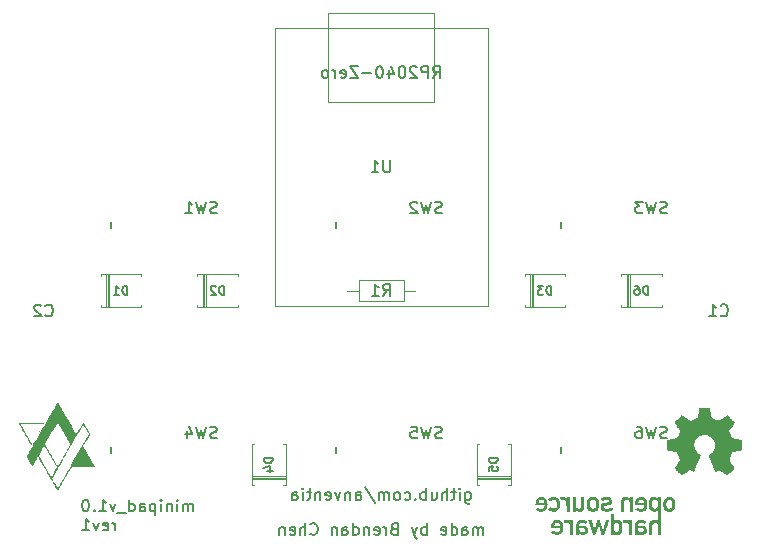
<source format=gbr>
%TF.GenerationSoftware,KiCad,Pcbnew,(6.0.2)*%
%TF.CreationDate,2022-08-22T21:21:30-07:00*%
%TF.ProjectId,minipad,6d696e69-7061-4642-9e6b-696361645f70,rev?*%
%TF.SameCoordinates,Original*%
%TF.FileFunction,Legend,Bot*%
%TF.FilePolarity,Positive*%
%FSLAX46Y46*%
G04 Gerber Fmt 4.6, Leading zero omitted, Abs format (unit mm)*
G04 Created by KiCad (PCBNEW (6.0.2)) date 2022-08-22 21:21:30*
%MOMM*%
%LPD*%
G01*
G04 APERTURE LIST*
%ADD10C,0.150000*%
%ADD11C,0.120000*%
G04 APERTURE END LIST*
D10*
X233647361Y-161782203D02*
X233647361Y-161115537D01*
X233647361Y-161210775D02*
X233599742Y-161163156D01*
X233504504Y-161115537D01*
X233361647Y-161115537D01*
X233266409Y-161163156D01*
X233218790Y-161258394D01*
X233218790Y-161782203D01*
X233218790Y-161258394D02*
X233171171Y-161163156D01*
X233075933Y-161115537D01*
X232933075Y-161115537D01*
X232837837Y-161163156D01*
X232790218Y-161258394D01*
X232790218Y-161782203D01*
X231885456Y-161782203D02*
X231885456Y-161258394D01*
X231933075Y-161163156D01*
X232028314Y-161115537D01*
X232218790Y-161115537D01*
X232314028Y-161163156D01*
X231885456Y-161734584D02*
X231980694Y-161782203D01*
X232218790Y-161782203D01*
X232314028Y-161734584D01*
X232361647Y-161639346D01*
X232361647Y-161544108D01*
X232314028Y-161448870D01*
X232218790Y-161401251D01*
X231980694Y-161401251D01*
X231885456Y-161353632D01*
X230980694Y-161782203D02*
X230980694Y-160782203D01*
X230980694Y-161734584D02*
X231075933Y-161782203D01*
X231266409Y-161782203D01*
X231361647Y-161734584D01*
X231409266Y-161686965D01*
X231456885Y-161591727D01*
X231456885Y-161306013D01*
X231409266Y-161210775D01*
X231361647Y-161163156D01*
X231266409Y-161115537D01*
X231075933Y-161115537D01*
X230980694Y-161163156D01*
X230123552Y-161734584D02*
X230218790Y-161782203D01*
X230409266Y-161782203D01*
X230504504Y-161734584D01*
X230552123Y-161639346D01*
X230552123Y-161258394D01*
X230504504Y-161163156D01*
X230409266Y-161115537D01*
X230218790Y-161115537D01*
X230123552Y-161163156D01*
X230075933Y-161258394D01*
X230075933Y-161353632D01*
X230552123Y-161448870D01*
X228885456Y-161782203D02*
X228885456Y-160782203D01*
X228885456Y-161163156D02*
X228790218Y-161115537D01*
X228599742Y-161115537D01*
X228504504Y-161163156D01*
X228456885Y-161210775D01*
X228409266Y-161306013D01*
X228409266Y-161591727D01*
X228456885Y-161686965D01*
X228504504Y-161734584D01*
X228599742Y-161782203D01*
X228790218Y-161782203D01*
X228885456Y-161734584D01*
X228075933Y-161115537D02*
X227837837Y-161782203D01*
X227599742Y-161115537D02*
X227837837Y-161782203D01*
X227933075Y-162020299D01*
X227980694Y-162067918D01*
X228075933Y-162115537D01*
X226123552Y-161258394D02*
X225980694Y-161306013D01*
X225933075Y-161353632D01*
X225885456Y-161448870D01*
X225885456Y-161591727D01*
X225933075Y-161686965D01*
X225980694Y-161734584D01*
X226075933Y-161782203D01*
X226456885Y-161782203D01*
X226456885Y-160782203D01*
X226123552Y-160782203D01*
X226028314Y-160829823D01*
X225980694Y-160877442D01*
X225933075Y-160972680D01*
X225933075Y-161067918D01*
X225980694Y-161163156D01*
X226028314Y-161210775D01*
X226123552Y-161258394D01*
X226456885Y-161258394D01*
X225456885Y-161782203D02*
X225456885Y-161115537D01*
X225456885Y-161306013D02*
X225409266Y-161210775D01*
X225361647Y-161163156D01*
X225266409Y-161115537D01*
X225171171Y-161115537D01*
X224456885Y-161734584D02*
X224552123Y-161782203D01*
X224742599Y-161782203D01*
X224837837Y-161734584D01*
X224885456Y-161639346D01*
X224885456Y-161258394D01*
X224837837Y-161163156D01*
X224742599Y-161115537D01*
X224552123Y-161115537D01*
X224456885Y-161163156D01*
X224409266Y-161258394D01*
X224409266Y-161353632D01*
X224885456Y-161448870D01*
X223980694Y-161115537D02*
X223980694Y-161782203D01*
X223980694Y-161210775D02*
X223933075Y-161163156D01*
X223837837Y-161115537D01*
X223694980Y-161115537D01*
X223599742Y-161163156D01*
X223552123Y-161258394D01*
X223552123Y-161782203D01*
X222647361Y-161782203D02*
X222647361Y-160782203D01*
X222647361Y-161734584D02*
X222742599Y-161782203D01*
X222933075Y-161782203D01*
X223028314Y-161734584D01*
X223075933Y-161686965D01*
X223123552Y-161591727D01*
X223123552Y-161306013D01*
X223075933Y-161210775D01*
X223028314Y-161163156D01*
X222933075Y-161115537D01*
X222742599Y-161115537D01*
X222647361Y-161163156D01*
X221742599Y-161782203D02*
X221742599Y-161258394D01*
X221790218Y-161163156D01*
X221885456Y-161115537D01*
X222075933Y-161115537D01*
X222171171Y-161163156D01*
X221742599Y-161734584D02*
X221837837Y-161782203D01*
X222075933Y-161782203D01*
X222171171Y-161734584D01*
X222218790Y-161639346D01*
X222218790Y-161544108D01*
X222171171Y-161448870D01*
X222075933Y-161401251D01*
X221837837Y-161401251D01*
X221742599Y-161353632D01*
X221266409Y-161115537D02*
X221266409Y-161782203D01*
X221266409Y-161210775D02*
X221218790Y-161163156D01*
X221123552Y-161115537D01*
X220980694Y-161115537D01*
X220885456Y-161163156D01*
X220837837Y-161258394D01*
X220837837Y-161782203D01*
X219028314Y-161686965D02*
X219075933Y-161734584D01*
X219218790Y-161782203D01*
X219314028Y-161782203D01*
X219456885Y-161734584D01*
X219552123Y-161639346D01*
X219599742Y-161544108D01*
X219647361Y-161353632D01*
X219647361Y-161210775D01*
X219599742Y-161020299D01*
X219552123Y-160925061D01*
X219456885Y-160829823D01*
X219314028Y-160782203D01*
X219218790Y-160782203D01*
X219075933Y-160829823D01*
X219028314Y-160877442D01*
X218599742Y-161782203D02*
X218599742Y-160782203D01*
X218171171Y-161782203D02*
X218171171Y-161258394D01*
X218218790Y-161163156D01*
X218314028Y-161115537D01*
X218456885Y-161115537D01*
X218552123Y-161163156D01*
X218599742Y-161210775D01*
X217314028Y-161734584D02*
X217409266Y-161782203D01*
X217599742Y-161782203D01*
X217694980Y-161734584D01*
X217742599Y-161639346D01*
X217742599Y-161258394D01*
X217694980Y-161163156D01*
X217599742Y-161115537D01*
X217409266Y-161115537D01*
X217314028Y-161163156D01*
X217266409Y-161258394D01*
X217266409Y-161353632D01*
X217742599Y-161448870D01*
X216837837Y-161115537D02*
X216837837Y-161782203D01*
X216837837Y-161210775D02*
X216790218Y-161163156D01*
X216694980Y-161115537D01*
X216552123Y-161115537D01*
X216456885Y-161163156D01*
X216409266Y-161258394D01*
X216409266Y-161782203D01*
X232147361Y-158138972D02*
X232147361Y-158948496D01*
X232194980Y-159043734D01*
X232242599Y-159091353D01*
X232337837Y-159138972D01*
X232480694Y-159138972D01*
X232575933Y-159091353D01*
X232147361Y-158758019D02*
X232242599Y-158805638D01*
X232433075Y-158805638D01*
X232528314Y-158758019D01*
X232575933Y-158710400D01*
X232623552Y-158615162D01*
X232623552Y-158329448D01*
X232575933Y-158234210D01*
X232528314Y-158186591D01*
X232433075Y-158138972D01*
X232242599Y-158138972D01*
X232147361Y-158186591D01*
X231671171Y-158805638D02*
X231671171Y-158138972D01*
X231671171Y-157805638D02*
X231718790Y-157853258D01*
X231671171Y-157900877D01*
X231623552Y-157853258D01*
X231671171Y-157805638D01*
X231671171Y-157900877D01*
X231337837Y-158138972D02*
X230956885Y-158138972D01*
X231194980Y-157805638D02*
X231194980Y-158662781D01*
X231147361Y-158758019D01*
X231052123Y-158805638D01*
X230956885Y-158805638D01*
X230623552Y-158805638D02*
X230623552Y-157805638D01*
X230194980Y-158805638D02*
X230194980Y-158281829D01*
X230242599Y-158186591D01*
X230337837Y-158138972D01*
X230480694Y-158138972D01*
X230575933Y-158186591D01*
X230623552Y-158234210D01*
X229290218Y-158138972D02*
X229290218Y-158805638D01*
X229718790Y-158138972D02*
X229718790Y-158662781D01*
X229671171Y-158758019D01*
X229575933Y-158805638D01*
X229433075Y-158805638D01*
X229337837Y-158758019D01*
X229290218Y-158710400D01*
X228814028Y-158805638D02*
X228814028Y-157805638D01*
X228814028Y-158186591D02*
X228718790Y-158138972D01*
X228528314Y-158138972D01*
X228433075Y-158186591D01*
X228385456Y-158234210D01*
X228337837Y-158329448D01*
X228337837Y-158615162D01*
X228385456Y-158710400D01*
X228433075Y-158758019D01*
X228528314Y-158805638D01*
X228718790Y-158805638D01*
X228814028Y-158758019D01*
X227909266Y-158710400D02*
X227861647Y-158758019D01*
X227909266Y-158805638D01*
X227956885Y-158758019D01*
X227909266Y-158710400D01*
X227909266Y-158805638D01*
X227004504Y-158758019D02*
X227099742Y-158805638D01*
X227290218Y-158805638D01*
X227385456Y-158758019D01*
X227433075Y-158710400D01*
X227480694Y-158615162D01*
X227480694Y-158329448D01*
X227433075Y-158234210D01*
X227385456Y-158186591D01*
X227290218Y-158138972D01*
X227099742Y-158138972D01*
X227004504Y-158186591D01*
X226433075Y-158805638D02*
X226528314Y-158758019D01*
X226575933Y-158710400D01*
X226623552Y-158615162D01*
X226623552Y-158329448D01*
X226575933Y-158234210D01*
X226528314Y-158186591D01*
X226433075Y-158138972D01*
X226290218Y-158138972D01*
X226194980Y-158186591D01*
X226147361Y-158234210D01*
X226099742Y-158329448D01*
X226099742Y-158615162D01*
X226147361Y-158710400D01*
X226194980Y-158758019D01*
X226290218Y-158805638D01*
X226433075Y-158805638D01*
X225671171Y-158805638D02*
X225671171Y-158138972D01*
X225671171Y-158234210D02*
X225623552Y-158186591D01*
X225528314Y-158138972D01*
X225385456Y-158138972D01*
X225290218Y-158186591D01*
X225242599Y-158281829D01*
X225242599Y-158805638D01*
X225242599Y-158281829D02*
X225194980Y-158186591D01*
X225099742Y-158138972D01*
X224956885Y-158138972D01*
X224861647Y-158186591D01*
X224814028Y-158281829D01*
X224814028Y-158805638D01*
X223623552Y-157758019D02*
X224480694Y-159043734D01*
X222861647Y-158805638D02*
X222861647Y-158281829D01*
X222909266Y-158186591D01*
X223004504Y-158138972D01*
X223194980Y-158138972D01*
X223290218Y-158186591D01*
X222861647Y-158758019D02*
X222956885Y-158805638D01*
X223194980Y-158805638D01*
X223290218Y-158758019D01*
X223337837Y-158662781D01*
X223337837Y-158567543D01*
X223290218Y-158472305D01*
X223194980Y-158424686D01*
X222956885Y-158424686D01*
X222861647Y-158377067D01*
X222385456Y-158138972D02*
X222385456Y-158805638D01*
X222385456Y-158234210D02*
X222337837Y-158186591D01*
X222242599Y-158138972D01*
X222099742Y-158138972D01*
X222004504Y-158186591D01*
X221956885Y-158281829D01*
X221956885Y-158805638D01*
X221575933Y-158138972D02*
X221337837Y-158805638D01*
X221099742Y-158138972D01*
X220337837Y-158758019D02*
X220433075Y-158805638D01*
X220623552Y-158805638D01*
X220718790Y-158758019D01*
X220766409Y-158662781D01*
X220766409Y-158281829D01*
X220718790Y-158186591D01*
X220623552Y-158138972D01*
X220433075Y-158138972D01*
X220337837Y-158186591D01*
X220290218Y-158281829D01*
X220290218Y-158377067D01*
X220766409Y-158472305D01*
X219861647Y-158138972D02*
X219861647Y-158805638D01*
X219861647Y-158234210D02*
X219814028Y-158186591D01*
X219718790Y-158138972D01*
X219575933Y-158138972D01*
X219480694Y-158186591D01*
X219433075Y-158281829D01*
X219433075Y-158805638D01*
X219099742Y-158138972D02*
X218718790Y-158138972D01*
X218956885Y-157805638D02*
X218956885Y-158662781D01*
X218909266Y-158758019D01*
X218814028Y-158805638D01*
X218718790Y-158805638D01*
X218385456Y-158805638D02*
X218385456Y-158138972D01*
X218385456Y-157805638D02*
X218433075Y-157853258D01*
X218385456Y-157900877D01*
X218337837Y-157853258D01*
X218385456Y-157805638D01*
X218385456Y-157900877D01*
X217480694Y-158805638D02*
X217480694Y-158281829D01*
X217528314Y-158186591D01*
X217623552Y-158138972D01*
X217814028Y-158138972D01*
X217909266Y-158186591D01*
X217480694Y-158758019D02*
X217575933Y-158805638D01*
X217814028Y-158805638D01*
X217909266Y-158758019D01*
X217956885Y-158662781D01*
X217956885Y-158567543D01*
X217909266Y-158472305D01*
X217814028Y-158424686D01*
X217575933Y-158424686D01*
X217480694Y-158377067D01*
X209098783Y-159786577D02*
X209098783Y-159119911D01*
X209098783Y-159215149D02*
X209051164Y-159167530D01*
X208955926Y-159119911D01*
X208813069Y-159119911D01*
X208717831Y-159167530D01*
X208670212Y-159262768D01*
X208670212Y-159786577D01*
X208670212Y-159262768D02*
X208622593Y-159167530D01*
X208527355Y-159119911D01*
X208384497Y-159119911D01*
X208289259Y-159167530D01*
X208241640Y-159262768D01*
X208241640Y-159786577D01*
X207765450Y-159786577D02*
X207765450Y-159119911D01*
X207765450Y-158786577D02*
X207813069Y-158834197D01*
X207765450Y-158881816D01*
X207717831Y-158834197D01*
X207765450Y-158786577D01*
X207765450Y-158881816D01*
X207289259Y-159119911D02*
X207289259Y-159786577D01*
X207289259Y-159215149D02*
X207241640Y-159167530D01*
X207146402Y-159119911D01*
X207003545Y-159119911D01*
X206908307Y-159167530D01*
X206860688Y-159262768D01*
X206860688Y-159786577D01*
X206384497Y-159786577D02*
X206384497Y-159119911D01*
X206384497Y-158786577D02*
X206432116Y-158834197D01*
X206384497Y-158881816D01*
X206336878Y-158834197D01*
X206384497Y-158786577D01*
X206384497Y-158881816D01*
X205908307Y-159119911D02*
X205908307Y-160119911D01*
X205908307Y-159167530D02*
X205813069Y-159119911D01*
X205622593Y-159119911D01*
X205527355Y-159167530D01*
X205479735Y-159215149D01*
X205432116Y-159310387D01*
X205432116Y-159596101D01*
X205479735Y-159691339D01*
X205527355Y-159738958D01*
X205622593Y-159786577D01*
X205813069Y-159786577D01*
X205908307Y-159738958D01*
X204574974Y-159786577D02*
X204574974Y-159262768D01*
X204622593Y-159167530D01*
X204717831Y-159119911D01*
X204908307Y-159119911D01*
X205003545Y-159167530D01*
X204574974Y-159738958D02*
X204670212Y-159786577D01*
X204908307Y-159786577D01*
X205003545Y-159738958D01*
X205051164Y-159643720D01*
X205051164Y-159548482D01*
X205003545Y-159453244D01*
X204908307Y-159405625D01*
X204670212Y-159405625D01*
X204574974Y-159358006D01*
X203670212Y-159786577D02*
X203670212Y-158786577D01*
X203670212Y-159738958D02*
X203765450Y-159786577D01*
X203955926Y-159786577D01*
X204051164Y-159738958D01*
X204098783Y-159691339D01*
X204146402Y-159596101D01*
X204146402Y-159310387D01*
X204098783Y-159215149D01*
X204051164Y-159167530D01*
X203955926Y-159119911D01*
X203765450Y-159119911D01*
X203670212Y-159167530D01*
X203432116Y-159881816D02*
X202670212Y-159881816D01*
X202527355Y-159119911D02*
X202289259Y-159786577D01*
X202051164Y-159119911D01*
X201146402Y-159786577D02*
X201717831Y-159786577D01*
X201432116Y-159786577D02*
X201432116Y-158786577D01*
X201527355Y-158929435D01*
X201622593Y-159024673D01*
X201717831Y-159072292D01*
X200717831Y-159691339D02*
X200670212Y-159738958D01*
X200717831Y-159786577D01*
X200765450Y-159738958D01*
X200717831Y-159691339D01*
X200717831Y-159786577D01*
X200051164Y-158786577D02*
X199955926Y-158786577D01*
X199860688Y-158834197D01*
X199813069Y-158881816D01*
X199765450Y-158977054D01*
X199717831Y-159167530D01*
X199717831Y-159405625D01*
X199765450Y-159596101D01*
X199813069Y-159691339D01*
X199860688Y-159738958D01*
X199955926Y-159786577D01*
X200051164Y-159786577D01*
X200146402Y-159738958D01*
X200194021Y-159691339D01*
X200241640Y-159596101D01*
X200289259Y-159405625D01*
X200289259Y-159167530D01*
X200241640Y-158977054D01*
X200194021Y-158881816D01*
X200146402Y-158834197D01*
X200051164Y-158786577D01*
X202479735Y-161396577D02*
X202479735Y-160729911D01*
X202479735Y-160920387D02*
X202432116Y-160825149D01*
X202384497Y-160777530D01*
X202289259Y-160729911D01*
X202194021Y-160729911D01*
X201479735Y-161348958D02*
X201574974Y-161396577D01*
X201765450Y-161396577D01*
X201860688Y-161348958D01*
X201908307Y-161253720D01*
X201908307Y-160872768D01*
X201860688Y-160777530D01*
X201765450Y-160729911D01*
X201574974Y-160729911D01*
X201479735Y-160777530D01*
X201432116Y-160872768D01*
X201432116Y-160968006D01*
X201908307Y-161063244D01*
X201098783Y-160729911D02*
X200860688Y-161396577D01*
X200622593Y-160729911D01*
X199717831Y-161396577D02*
X200289259Y-161396577D01*
X200003545Y-161396577D02*
X200003545Y-160396577D01*
X200098783Y-160539435D01*
X200194021Y-160634673D01*
X200289259Y-160682292D01*
%TO.C,R1*%
X225194980Y-141541561D02*
X225528314Y-141065371D01*
X225766409Y-141541561D02*
X225766409Y-140541561D01*
X225385456Y-140541561D01*
X225290218Y-140589181D01*
X225242599Y-140636800D01*
X225194980Y-140732038D01*
X225194980Y-140874895D01*
X225242599Y-140970133D01*
X225290218Y-141017752D01*
X225385456Y-141065371D01*
X225766409Y-141065371D01*
X224242599Y-141541561D02*
X224814028Y-141541561D01*
X224528314Y-141541561D02*
X224528314Y-140541561D01*
X224623552Y-140684419D01*
X224718790Y-140779657D01*
X224814028Y-140827276D01*
%TO.C,D6*%
X247608466Y-141428466D02*
X247608466Y-140678466D01*
X247429895Y-140678466D01*
X247322752Y-140714181D01*
X247251323Y-140785609D01*
X247215609Y-140857038D01*
X247179895Y-140999895D01*
X247179895Y-141107038D01*
X247215609Y-141249895D01*
X247251323Y-141321323D01*
X247322752Y-141392752D01*
X247429895Y-141428466D01*
X247608466Y-141428466D01*
X246537037Y-140678466D02*
X246679895Y-140678466D01*
X246751323Y-140714181D01*
X246787037Y-140749895D01*
X246858466Y-140857038D01*
X246894180Y-140999895D01*
X246894180Y-141285609D01*
X246858466Y-141357038D01*
X246822752Y-141392752D01*
X246751323Y-141428466D01*
X246608466Y-141428466D01*
X246537037Y-141392752D01*
X246501323Y-141357038D01*
X246465609Y-141285609D01*
X246465609Y-141107038D01*
X246501323Y-141035609D01*
X246537037Y-140999895D01*
X246608466Y-140964181D01*
X246751323Y-140964181D01*
X246822752Y-140999895D01*
X246858466Y-141035609D01*
X246894180Y-141107038D01*
%TO.C,D5*%
X234892607Y-155259686D02*
X234142607Y-155259686D01*
X234142607Y-155438258D01*
X234178322Y-155545400D01*
X234249750Y-155616829D01*
X234321179Y-155652543D01*
X234464036Y-155688258D01*
X234571179Y-155688258D01*
X234714036Y-155652543D01*
X234785464Y-155616829D01*
X234856893Y-155545400D01*
X234892607Y-155438258D01*
X234892607Y-155259686D01*
X234142607Y-156366829D02*
X234142607Y-156009686D01*
X234499750Y-155973972D01*
X234464036Y-156009686D01*
X234428322Y-156081115D01*
X234428322Y-156259686D01*
X234464036Y-156331115D01*
X234499750Y-156366829D01*
X234571179Y-156402543D01*
X234749750Y-156402543D01*
X234821179Y-156366829D01*
X234856893Y-156331115D01*
X234892607Y-156259686D01*
X234892607Y-156081115D01*
X234856893Y-156009686D01*
X234821179Y-155973972D01*
%TO.C,D4*%
X215842591Y-155259686D02*
X215092591Y-155259686D01*
X215092591Y-155438258D01*
X215128306Y-155545400D01*
X215199734Y-155616829D01*
X215271163Y-155652543D01*
X215414020Y-155688258D01*
X215521163Y-155688258D01*
X215664020Y-155652543D01*
X215735448Y-155616829D01*
X215806877Y-155545400D01*
X215842591Y-155438258D01*
X215842591Y-155259686D01*
X215342591Y-156331115D02*
X215842591Y-156331115D01*
X215056877Y-156152543D02*
X215592591Y-155973972D01*
X215592591Y-156438258D01*
%TO.C,D3*%
X239427041Y-141428465D02*
X239427041Y-140678465D01*
X239248470Y-140678465D01*
X239141327Y-140714180D01*
X239069898Y-140785608D01*
X239034184Y-140857037D01*
X238998470Y-140999894D01*
X238998470Y-141107037D01*
X239034184Y-141249894D01*
X239069898Y-141321322D01*
X239141327Y-141392751D01*
X239248470Y-141428465D01*
X239427041Y-141428465D01*
X238748470Y-140678465D02*
X238284184Y-140678465D01*
X238534184Y-140964180D01*
X238427041Y-140964180D01*
X238355612Y-140999894D01*
X238319898Y-141035608D01*
X238284184Y-141107037D01*
X238284184Y-141285608D01*
X238319898Y-141357037D01*
X238355612Y-141392751D01*
X238427041Y-141428465D01*
X238641327Y-141428465D01*
X238712755Y-141392751D01*
X238748470Y-141357037D01*
%TO.C,D2*%
X211724799Y-141428465D02*
X211724799Y-140678465D01*
X211546228Y-140678465D01*
X211439085Y-140714180D01*
X211367656Y-140785608D01*
X211331942Y-140857037D01*
X211296228Y-140999894D01*
X211296228Y-141107037D01*
X211331942Y-141249894D01*
X211367656Y-141321322D01*
X211439085Y-141392751D01*
X211546228Y-141428465D01*
X211724799Y-141428465D01*
X211010513Y-140749894D02*
X210974799Y-140714180D01*
X210903370Y-140678465D01*
X210724799Y-140678465D01*
X210653370Y-140714180D01*
X210617656Y-140749894D01*
X210581942Y-140821322D01*
X210581942Y-140892751D01*
X210617656Y-140999894D01*
X211046228Y-141428465D01*
X210581942Y-141428465D01*
%TO.C,D1*%
X203535342Y-141428465D02*
X203535342Y-140678465D01*
X203356771Y-140678465D01*
X203249628Y-140714180D01*
X203178199Y-140785608D01*
X203142485Y-140857037D01*
X203106771Y-140999894D01*
X203106771Y-141107037D01*
X203142485Y-141249894D01*
X203178199Y-141321322D01*
X203249628Y-141392751D01*
X203356771Y-141428465D01*
X203535342Y-141428465D01*
X202392485Y-141428465D02*
X202821056Y-141428465D01*
X202606771Y-141428465D02*
X202606771Y-140678465D01*
X202678199Y-140785608D01*
X202749628Y-140857037D01*
X202821056Y-140892751D01*
%TO.C,SW4*%
X211121631Y-153558950D02*
X210978774Y-153606569D01*
X210740678Y-153606569D01*
X210645440Y-153558950D01*
X210597821Y-153511331D01*
X210550202Y-153416093D01*
X210550202Y-153320855D01*
X210597821Y-153225617D01*
X210645440Y-153177998D01*
X210740678Y-153130379D01*
X210931155Y-153082760D01*
X211026393Y-153035141D01*
X211074012Y-152987522D01*
X211121631Y-152892284D01*
X211121631Y-152797046D01*
X211074012Y-152701808D01*
X211026393Y-152654189D01*
X210931155Y-152606569D01*
X210693059Y-152606569D01*
X210550202Y-152654189D01*
X210216869Y-152606569D02*
X209978774Y-153606569D01*
X209788298Y-152892284D01*
X209597821Y-153606569D01*
X209359726Y-152606569D01*
X208550202Y-152939903D02*
X208550202Y-153606569D01*
X208788298Y-152558950D02*
X209026393Y-153273236D01*
X208407345Y-153273236D01*
X202138298Y-154337522D02*
X202138298Y-154870855D01*
%TO.C,SW3*%
X249221663Y-134508934D02*
X249078806Y-134556553D01*
X248840710Y-134556553D01*
X248745472Y-134508934D01*
X248697853Y-134461315D01*
X248650234Y-134366077D01*
X248650234Y-134270839D01*
X248697853Y-134175601D01*
X248745472Y-134127982D01*
X248840710Y-134080363D01*
X249031187Y-134032744D01*
X249126425Y-133985125D01*
X249174044Y-133937506D01*
X249221663Y-133842268D01*
X249221663Y-133747030D01*
X249174044Y-133651792D01*
X249126425Y-133604173D01*
X249031187Y-133556553D01*
X248793091Y-133556553D01*
X248650234Y-133604173D01*
X248316901Y-133556553D02*
X248078806Y-134556553D01*
X247888330Y-133842268D01*
X247697853Y-134556553D01*
X247459758Y-133556553D01*
X247174044Y-133556553D02*
X246554996Y-133556553D01*
X246888330Y-133937506D01*
X246745472Y-133937506D01*
X246650234Y-133985125D01*
X246602615Y-134032744D01*
X246554996Y-134127982D01*
X246554996Y-134366077D01*
X246602615Y-134461315D01*
X246650234Y-134508934D01*
X246745472Y-134556553D01*
X247031187Y-134556553D01*
X247126425Y-134508934D01*
X247174044Y-134461315D01*
X240238330Y-135287506D02*
X240238330Y-135820839D01*
%TO.C,SW2*%
X230171647Y-134508934D02*
X230028790Y-134556553D01*
X229790694Y-134556553D01*
X229695456Y-134508934D01*
X229647837Y-134461315D01*
X229600218Y-134366077D01*
X229600218Y-134270839D01*
X229647837Y-134175601D01*
X229695456Y-134127982D01*
X229790694Y-134080363D01*
X229981171Y-134032744D01*
X230076409Y-133985125D01*
X230124028Y-133937506D01*
X230171647Y-133842268D01*
X230171647Y-133747030D01*
X230124028Y-133651792D01*
X230076409Y-133604173D01*
X229981171Y-133556553D01*
X229743075Y-133556553D01*
X229600218Y-133604173D01*
X229266885Y-133556553D02*
X229028790Y-134556553D01*
X228838314Y-133842268D01*
X228647837Y-134556553D01*
X228409742Y-133556553D01*
X228076409Y-133651792D02*
X228028790Y-133604173D01*
X227933552Y-133556553D01*
X227695456Y-133556553D01*
X227600218Y-133604173D01*
X227552599Y-133651792D01*
X227504980Y-133747030D01*
X227504980Y-133842268D01*
X227552599Y-133985125D01*
X228124028Y-134556553D01*
X227504980Y-134556553D01*
X221188314Y-135287506D02*
X221188314Y-135820839D01*
%TO.C,SW6*%
X249221663Y-153558950D02*
X249078806Y-153606569D01*
X248840710Y-153606569D01*
X248745472Y-153558950D01*
X248697853Y-153511331D01*
X248650234Y-153416093D01*
X248650234Y-153320855D01*
X248697853Y-153225617D01*
X248745472Y-153177998D01*
X248840710Y-153130379D01*
X249031187Y-153082760D01*
X249126425Y-153035141D01*
X249174044Y-152987522D01*
X249221663Y-152892284D01*
X249221663Y-152797046D01*
X249174044Y-152701808D01*
X249126425Y-152654189D01*
X249031187Y-152606569D01*
X248793091Y-152606569D01*
X248650234Y-152654189D01*
X248316901Y-152606569D02*
X248078806Y-153606569D01*
X247888330Y-152892284D01*
X247697853Y-153606569D01*
X247459758Y-152606569D01*
X246650234Y-152606569D02*
X246840710Y-152606569D01*
X246935949Y-152654189D01*
X246983568Y-152701808D01*
X247078806Y-152844665D01*
X247126425Y-153035141D01*
X247126425Y-153416093D01*
X247078806Y-153511331D01*
X247031187Y-153558950D01*
X246935949Y-153606569D01*
X246745472Y-153606569D01*
X246650234Y-153558950D01*
X246602615Y-153511331D01*
X246554996Y-153416093D01*
X246554996Y-153177998D01*
X246602615Y-153082760D01*
X246650234Y-153035141D01*
X246745472Y-152987522D01*
X246935949Y-152987522D01*
X247031187Y-153035141D01*
X247078806Y-153082760D01*
X247126425Y-153177998D01*
X240238330Y-154337522D02*
X240238330Y-154870855D01*
%TO.C,C2*%
X196601005Y-143180056D02*
X196648624Y-143227675D01*
X196791481Y-143275294D01*
X196886719Y-143275294D01*
X197029577Y-143227675D01*
X197124815Y-143132437D01*
X197172434Y-143037199D01*
X197220053Y-142846723D01*
X197220053Y-142703866D01*
X197172434Y-142513390D01*
X197124815Y-142418152D01*
X197029577Y-142322914D01*
X196886719Y-142275294D01*
X196791481Y-142275294D01*
X196648624Y-142322914D01*
X196601005Y-142370533D01*
X196220053Y-142370533D02*
X196172434Y-142322914D01*
X196077196Y-142275294D01*
X195839100Y-142275294D01*
X195743862Y-142322914D01*
X195696243Y-142370533D01*
X195648624Y-142465771D01*
X195648624Y-142561009D01*
X195696243Y-142703866D01*
X196267672Y-143275294D01*
X195648624Y-143275294D01*
%TO.C,SW1*%
X211121631Y-134508934D02*
X210978774Y-134556553D01*
X210740678Y-134556553D01*
X210645440Y-134508934D01*
X210597821Y-134461315D01*
X210550202Y-134366077D01*
X210550202Y-134270839D01*
X210597821Y-134175601D01*
X210645440Y-134127982D01*
X210740678Y-134080363D01*
X210931155Y-134032744D01*
X211026393Y-133985125D01*
X211074012Y-133937506D01*
X211121631Y-133842268D01*
X211121631Y-133747030D01*
X211074012Y-133651792D01*
X211026393Y-133604173D01*
X210931155Y-133556553D01*
X210693059Y-133556553D01*
X210550202Y-133604173D01*
X210216869Y-133556553D02*
X209978774Y-134556553D01*
X209788298Y-133842268D01*
X209597821Y-134556553D01*
X209359726Y-133556553D01*
X208454964Y-134556553D02*
X209026393Y-134556553D01*
X208740678Y-134556553D02*
X208740678Y-133556553D01*
X208835917Y-133699411D01*
X208931155Y-133794649D01*
X209026393Y-133842268D01*
X202138298Y-135287506D02*
X202138298Y-135820839D01*
%TO.C,SW5*%
X230171647Y-153558950D02*
X230028790Y-153606569D01*
X229790694Y-153606569D01*
X229695456Y-153558950D01*
X229647837Y-153511331D01*
X229600218Y-153416093D01*
X229600218Y-153320855D01*
X229647837Y-153225617D01*
X229695456Y-153177998D01*
X229790694Y-153130379D01*
X229981171Y-153082760D01*
X230076409Y-153035141D01*
X230124028Y-152987522D01*
X230171647Y-152892284D01*
X230171647Y-152797046D01*
X230124028Y-152701808D01*
X230076409Y-152654189D01*
X229981171Y-152606569D01*
X229743075Y-152606569D01*
X229600218Y-152654189D01*
X229266885Y-152606569D02*
X229028790Y-153606569D01*
X228838314Y-152892284D01*
X228647837Y-153606569D01*
X228409742Y-152606569D01*
X227552599Y-152606569D02*
X228028790Y-152606569D01*
X228076409Y-153082760D01*
X228028790Y-153035141D01*
X227933552Y-152987522D01*
X227695456Y-152987522D01*
X227600218Y-153035141D01*
X227552599Y-153082760D01*
X227504980Y-153177998D01*
X227504980Y-153416093D01*
X227552599Y-153511331D01*
X227600218Y-153558950D01*
X227695456Y-153606569D01*
X227933552Y-153606569D01*
X228028790Y-153558950D01*
X228076409Y-153511331D01*
X221188314Y-154337522D02*
X221188314Y-154870855D01*
%TO.C,U1*%
X225790218Y-130066545D02*
X225790218Y-130876069D01*
X225742599Y-130971307D01*
X225694980Y-131018926D01*
X225599742Y-131066545D01*
X225409266Y-131066545D01*
X225314028Y-131018926D01*
X225266409Y-130971307D01*
X225218790Y-130876069D01*
X225218790Y-130066545D01*
X224218790Y-131066545D02*
X224790218Y-131066545D01*
X224504504Y-131066545D02*
X224504504Y-130066545D01*
X224599742Y-130209403D01*
X224694980Y-130304641D01*
X224790218Y-130352260D01*
X229409266Y-123086858D02*
X229742599Y-122610668D01*
X229980694Y-123086858D02*
X229980694Y-122086858D01*
X229599742Y-122086858D01*
X229504504Y-122134478D01*
X229456885Y-122182097D01*
X229409266Y-122277335D01*
X229409266Y-122420192D01*
X229456885Y-122515430D01*
X229504504Y-122563049D01*
X229599742Y-122610668D01*
X229980694Y-122610668D01*
X228980694Y-123086858D02*
X228980694Y-122086858D01*
X228599742Y-122086858D01*
X228504504Y-122134478D01*
X228456885Y-122182097D01*
X228409266Y-122277335D01*
X228409266Y-122420192D01*
X228456885Y-122515430D01*
X228504504Y-122563049D01*
X228599742Y-122610668D01*
X228980694Y-122610668D01*
X228028314Y-122182097D02*
X227980694Y-122134478D01*
X227885456Y-122086858D01*
X227647361Y-122086858D01*
X227552123Y-122134478D01*
X227504504Y-122182097D01*
X227456885Y-122277335D01*
X227456885Y-122372573D01*
X227504504Y-122515430D01*
X228075933Y-123086858D01*
X227456885Y-123086858D01*
X226837837Y-122086858D02*
X226742599Y-122086858D01*
X226647361Y-122134478D01*
X226599742Y-122182097D01*
X226552123Y-122277335D01*
X226504504Y-122467811D01*
X226504504Y-122705906D01*
X226552123Y-122896382D01*
X226599742Y-122991620D01*
X226647361Y-123039239D01*
X226742599Y-123086858D01*
X226837837Y-123086858D01*
X226933075Y-123039239D01*
X226980694Y-122991620D01*
X227028314Y-122896382D01*
X227075933Y-122705906D01*
X227075933Y-122467811D01*
X227028314Y-122277335D01*
X226980694Y-122182097D01*
X226933075Y-122134478D01*
X226837837Y-122086858D01*
X225647361Y-122420192D02*
X225647361Y-123086858D01*
X225885456Y-122039239D02*
X226123552Y-122753525D01*
X225504504Y-122753525D01*
X224933075Y-122086858D02*
X224837837Y-122086858D01*
X224742599Y-122134478D01*
X224694980Y-122182097D01*
X224647361Y-122277335D01*
X224599742Y-122467811D01*
X224599742Y-122705906D01*
X224647361Y-122896382D01*
X224694980Y-122991620D01*
X224742599Y-123039239D01*
X224837837Y-123086858D01*
X224933075Y-123086858D01*
X225028314Y-123039239D01*
X225075933Y-122991620D01*
X225123552Y-122896382D01*
X225171171Y-122705906D01*
X225171171Y-122467811D01*
X225123552Y-122277335D01*
X225075933Y-122182097D01*
X225028314Y-122134478D01*
X224933075Y-122086858D01*
X224171171Y-122705906D02*
X223409266Y-122705906D01*
X223028314Y-122086858D02*
X222361647Y-122086858D01*
X223028314Y-123086858D01*
X222361647Y-123086858D01*
X221599742Y-123039239D02*
X221694980Y-123086858D01*
X221885456Y-123086858D01*
X221980694Y-123039239D01*
X222028314Y-122944001D01*
X222028314Y-122563049D01*
X221980694Y-122467811D01*
X221885456Y-122420192D01*
X221694980Y-122420192D01*
X221599742Y-122467811D01*
X221552123Y-122563049D01*
X221552123Y-122658287D01*
X222028314Y-122753525D01*
X221123552Y-123086858D02*
X221123552Y-122420192D01*
X221123552Y-122610668D02*
X221075933Y-122515430D01*
X221028314Y-122467811D01*
X220933075Y-122420192D01*
X220837837Y-122420192D01*
X220361647Y-123086858D02*
X220456885Y-123039239D01*
X220504504Y-122991620D01*
X220552123Y-122896382D01*
X220552123Y-122610668D01*
X220504504Y-122515430D01*
X220456885Y-122467811D01*
X220361647Y-122420192D01*
X220218790Y-122420192D01*
X220123552Y-122467811D01*
X220075933Y-122515430D01*
X220028314Y-122610668D01*
X220028314Y-122896382D01*
X220075933Y-122991620D01*
X220123552Y-123039239D01*
X220218790Y-123086858D01*
X220361647Y-123086858D01*
%TO.C,C1*%
X253770004Y-143166506D02*
X253817623Y-143214125D01*
X253960480Y-143261744D01*
X254055718Y-143261744D01*
X254198576Y-143214125D01*
X254293814Y-143118887D01*
X254341433Y-143023649D01*
X254389052Y-142833173D01*
X254389052Y-142690316D01*
X254341433Y-142499840D01*
X254293814Y-142404602D01*
X254198576Y-142309364D01*
X254055718Y-142261744D01*
X253960480Y-142261744D01*
X253817623Y-142309364D01*
X253770004Y-142356983D01*
X252817623Y-143261744D02*
X253389052Y-143261744D01*
X253103338Y-143261744D02*
X253103338Y-142261744D01*
X253198576Y-142404602D01*
X253293814Y-142499840D01*
X253389052Y-142547459D01*
D11*
%TO.C,R1*%
X226948314Y-142009181D02*
X223108314Y-142009181D01*
X227898314Y-141089181D02*
X226948314Y-141089181D01*
X223108314Y-140169181D02*
X226948314Y-140169181D01*
X223108314Y-142009181D02*
X223108314Y-140169181D01*
X226948314Y-140169181D02*
X226948314Y-142009181D01*
X222158314Y-141089181D02*
X223108314Y-141089181D01*
%TO.C,D6*%
X245934895Y-142509181D02*
X245934895Y-139669181D01*
X245334895Y-139669181D02*
X248774895Y-139669181D01*
X246054895Y-142509181D02*
X246054895Y-139669181D01*
X248774895Y-139669181D02*
X248774895Y-139849181D01*
X245334895Y-142329181D02*
X245334895Y-142509181D01*
X248774895Y-142509181D02*
X248774895Y-142329181D01*
X245334895Y-142509181D02*
X248774895Y-142509181D01*
X245814895Y-142509181D02*
X245814895Y-139669181D01*
X245334895Y-139849181D02*
X245334895Y-139669181D01*
%TO.C,D5*%
X235973322Y-156933258D02*
X233133322Y-156933258D01*
X233133322Y-157533258D02*
X233133322Y-154093258D01*
X235973322Y-156813258D02*
X233133322Y-156813258D01*
X233133322Y-154093258D02*
X233313322Y-154093258D01*
X235793322Y-157533258D02*
X235973322Y-157533258D01*
X235973322Y-154093258D02*
X235793322Y-154093258D01*
X235973322Y-157533258D02*
X235973322Y-154093258D01*
X235973322Y-157053258D02*
X233133322Y-157053258D01*
X233313322Y-157533258D02*
X233133322Y-157533258D01*
%TO.C,D4*%
X214263306Y-157533258D02*
X214083306Y-157533258D01*
X216923306Y-157053258D02*
X214083306Y-157053258D01*
X216923306Y-157533258D02*
X216923306Y-154093258D01*
X216923306Y-154093258D02*
X216743306Y-154093258D01*
X216743306Y-157533258D02*
X216923306Y-157533258D01*
X214083306Y-154093258D02*
X214263306Y-154093258D01*
X216923306Y-156813258D02*
X214083306Y-156813258D01*
X214083306Y-157533258D02*
X214083306Y-154093258D01*
X216923306Y-156933258D02*
X214083306Y-156933258D01*
%TO.C,D3*%
X237759261Y-142509181D02*
X237759261Y-139669181D01*
X237159261Y-139669181D02*
X240599261Y-139669181D01*
X237879261Y-142509181D02*
X237879261Y-139669181D01*
X240599261Y-139669181D02*
X240599261Y-139849181D01*
X237159261Y-142329181D02*
X237159261Y-142509181D01*
X240599261Y-142509181D02*
X240599261Y-142329181D01*
X237159261Y-142509181D02*
X240599261Y-142509181D01*
X237639261Y-142509181D02*
X237639261Y-139669181D01*
X237159261Y-139849181D02*
X237159261Y-139669181D01*
%TO.C,D2*%
X210057367Y-142509181D02*
X210057367Y-139669181D01*
X209457367Y-139669181D02*
X212897367Y-139669181D01*
X210177367Y-142509181D02*
X210177367Y-139669181D01*
X212897367Y-139669181D02*
X212897367Y-139849181D01*
X209457367Y-142329181D02*
X209457367Y-142509181D01*
X212897367Y-142509181D02*
X212897367Y-142329181D01*
X209457367Y-142509181D02*
X212897367Y-142509181D01*
X209937367Y-142509181D02*
X209937367Y-139669181D01*
X209457367Y-139849181D02*
X209457367Y-139669181D01*
%TO.C,D1*%
X201881733Y-142509181D02*
X201881733Y-139669181D01*
X201281733Y-139669181D02*
X204721733Y-139669181D01*
X202001733Y-142509181D02*
X202001733Y-139669181D01*
X204721733Y-139669181D02*
X204721733Y-139849181D01*
X201281733Y-142329181D02*
X201281733Y-142509181D01*
X204721733Y-142509181D02*
X204721733Y-142329181D01*
X201281733Y-142509181D02*
X204721733Y-142509181D01*
X201761733Y-142509181D02*
X201761733Y-139669181D01*
X201281733Y-139849181D02*
X201281733Y-139669181D01*
%TO.C,G\u002A\u002A\u002A*%
G36*
X196461839Y-152393413D02*
G01*
X196456955Y-152398297D01*
X196452070Y-152393413D01*
X196456955Y-152388528D01*
X196461839Y-152393413D01*
G37*
G36*
X196448118Y-152416326D02*
G01*
X196446821Y-152418315D01*
X196437168Y-152427312D01*
X196432532Y-152423297D01*
X196433405Y-152421100D01*
X196443810Y-152412018D01*
X196449270Y-152409641D01*
X196448118Y-152416326D01*
G37*
G36*
X196432532Y-152442259D02*
G01*
X196427647Y-152447144D01*
X196422762Y-152442259D01*
X196427647Y-152437374D01*
X196432532Y-152442259D01*
G37*
G36*
X196419282Y-152461347D02*
G01*
X196412993Y-152476451D01*
X196405498Y-152488501D01*
X196397652Y-152495990D01*
X196396935Y-152491556D01*
X196403224Y-152476451D01*
X196410719Y-152464402D01*
X196418565Y-152456913D01*
X196419282Y-152461347D01*
G37*
G36*
X196393455Y-152510644D02*
G01*
X196388570Y-152515528D01*
X196383686Y-152510644D01*
X196388570Y-152505759D01*
X196393455Y-152510644D01*
G37*
G36*
X196380205Y-152529731D02*
G01*
X196373916Y-152544836D01*
X196366421Y-152556886D01*
X196358575Y-152564374D01*
X196357858Y-152559940D01*
X196364147Y-152544836D01*
X196371642Y-152532786D01*
X196379488Y-152525297D01*
X196380205Y-152529731D01*
G37*
G36*
X196354378Y-152579028D02*
G01*
X196349493Y-152583913D01*
X196344609Y-152579028D01*
X196349493Y-152574144D01*
X196354378Y-152579028D01*
G37*
G36*
X196341128Y-152598116D02*
G01*
X196334839Y-152613221D01*
X196327344Y-152625270D01*
X196319498Y-152632759D01*
X196318781Y-152628325D01*
X196325070Y-152613221D01*
X196332565Y-152601171D01*
X196340411Y-152593682D01*
X196341128Y-152598116D01*
G37*
G36*
X196315301Y-152647413D02*
G01*
X196310416Y-152652297D01*
X196305532Y-152647413D01*
X196310416Y-152642528D01*
X196315301Y-152647413D01*
G37*
G36*
X196301580Y-152670326D02*
G01*
X196300282Y-152672315D01*
X196290630Y-152681312D01*
X196285993Y-152677297D01*
X196286867Y-152675100D01*
X196297272Y-152666018D01*
X196302731Y-152663641D01*
X196301580Y-152670326D01*
G37*
G36*
X196285993Y-152696259D02*
G01*
X196281109Y-152701144D01*
X196276224Y-152696259D01*
X196281109Y-152691374D01*
X196285993Y-152696259D01*
G37*
G36*
X196272744Y-152715347D02*
G01*
X196266455Y-152730451D01*
X196258960Y-152742501D01*
X196251114Y-152749990D01*
X196250397Y-152745556D01*
X196256686Y-152730451D01*
X196264181Y-152718402D01*
X196272027Y-152710913D01*
X196272744Y-152715347D01*
G37*
G36*
X196246916Y-152764644D02*
G01*
X196242032Y-152769528D01*
X196237147Y-152764644D01*
X196242032Y-152759759D01*
X196246916Y-152764644D01*
G37*
G36*
X196233667Y-152783731D02*
G01*
X196227378Y-152798836D01*
X196219883Y-152810886D01*
X196212037Y-152818374D01*
X196211320Y-152813940D01*
X196217609Y-152798836D01*
X196225104Y-152786786D01*
X196232950Y-152779297D01*
X196233667Y-152783731D01*
G37*
G36*
X196207839Y-152833028D02*
G01*
X196202955Y-152837913D01*
X196198070Y-152833028D01*
X196202955Y-152828144D01*
X196207839Y-152833028D01*
G37*
G36*
X196194118Y-152855942D02*
G01*
X196192821Y-152857931D01*
X196183168Y-152866928D01*
X196178532Y-152862912D01*
X196179405Y-152860715D01*
X196189810Y-152851634D01*
X196195270Y-152849257D01*
X196194118Y-152855942D01*
G37*
G36*
X196178532Y-152881874D02*
G01*
X196173647Y-152886759D01*
X196168762Y-152881874D01*
X196173647Y-152876990D01*
X196178532Y-152881874D01*
G37*
G36*
X196168762Y-152901413D02*
G01*
X196163878Y-152906297D01*
X196158993Y-152901413D01*
X196163878Y-152896528D01*
X196168762Y-152901413D01*
G37*
G36*
X196155042Y-152924326D02*
G01*
X196153744Y-152926315D01*
X196144091Y-152935312D01*
X196139455Y-152931297D01*
X196140328Y-152929100D01*
X196150733Y-152920018D01*
X196156193Y-152917641D01*
X196155042Y-152924326D01*
G37*
G36*
X196139455Y-152950259D02*
G01*
X196134570Y-152955144D01*
X196129686Y-152950259D01*
X196134570Y-152945374D01*
X196139455Y-152950259D01*
G37*
G36*
X196126205Y-152969347D02*
G01*
X196119916Y-152984451D01*
X196112421Y-152996501D01*
X196104575Y-153003990D01*
X196103858Y-152999556D01*
X196110147Y-152984451D01*
X196117642Y-152972402D01*
X196125488Y-152964913D01*
X196126205Y-152969347D01*
G37*
G36*
X196100378Y-153018644D02*
G01*
X196095493Y-153023528D01*
X196090609Y-153018644D01*
X196095493Y-153013759D01*
X196100378Y-153018644D01*
G37*
G36*
X196087128Y-153037731D02*
G01*
X196080839Y-153052836D01*
X196073344Y-153064886D01*
X196065498Y-153072374D01*
X196064781Y-153067940D01*
X196071070Y-153052836D01*
X196078565Y-153040786D01*
X196086411Y-153033297D01*
X196087128Y-153037731D01*
G37*
G36*
X196061301Y-153087028D02*
G01*
X196056416Y-153091913D01*
X196051532Y-153087028D01*
X196056416Y-153082144D01*
X196061301Y-153087028D01*
G37*
G36*
X196047580Y-153109942D02*
G01*
X196046282Y-153111931D01*
X196036630Y-153120928D01*
X196031993Y-153116912D01*
X196032867Y-153114715D01*
X196043272Y-153105634D01*
X196048731Y-153103257D01*
X196047580Y-153109942D01*
G37*
G36*
X196031993Y-153135874D02*
G01*
X196027109Y-153140759D01*
X196022224Y-153135874D01*
X196027109Y-153130990D01*
X196031993Y-153135874D01*
G37*
G36*
X196022224Y-153155413D02*
G01*
X196017339Y-153160297D01*
X196012455Y-153155413D01*
X196017339Y-153150528D01*
X196022224Y-153155413D01*
G37*
G36*
X196008503Y-153178326D02*
G01*
X196007205Y-153180315D01*
X195997553Y-153189312D01*
X195992916Y-153185297D01*
X195993790Y-153183100D01*
X196004195Y-153174018D01*
X196009655Y-153171641D01*
X196008503Y-153178326D01*
G37*
G36*
X195992916Y-153204259D02*
G01*
X195988032Y-153209144D01*
X195983147Y-153204259D01*
X195988032Y-153199374D01*
X195992916Y-153204259D01*
G37*
G36*
X195979667Y-153223347D02*
G01*
X195973378Y-153238451D01*
X195965883Y-153250501D01*
X195958037Y-153257990D01*
X195957320Y-153253556D01*
X195963609Y-153238451D01*
X195971104Y-153226402D01*
X195978950Y-153218913D01*
X195979667Y-153223347D01*
G37*
G36*
X195953839Y-153272644D02*
G01*
X195948955Y-153277528D01*
X195944070Y-153272644D01*
X195948955Y-153267759D01*
X195953839Y-153272644D01*
G37*
G36*
X195940590Y-153291731D02*
G01*
X195934301Y-153306836D01*
X195926806Y-153318886D01*
X195918960Y-153326374D01*
X195918243Y-153321940D01*
X195924532Y-153306836D01*
X195932027Y-153294786D01*
X195939873Y-153287297D01*
X195940590Y-153291731D01*
G37*
G36*
X195914762Y-153341028D02*
G01*
X195909878Y-153345913D01*
X195904993Y-153341028D01*
X195909878Y-153336144D01*
X195914762Y-153341028D01*
G37*
G36*
X195901042Y-153363942D02*
G01*
X195899744Y-153365931D01*
X195890091Y-153374928D01*
X195885455Y-153370912D01*
X195886328Y-153368715D01*
X195896733Y-153359634D01*
X195902193Y-153357257D01*
X195901042Y-153363942D01*
G37*
G36*
X195885455Y-153389874D02*
G01*
X195880570Y-153394759D01*
X195875686Y-153389874D01*
X195880570Y-153384990D01*
X195885455Y-153389874D01*
G37*
G36*
X195872205Y-153408962D02*
G01*
X195865916Y-153424067D01*
X195858421Y-153436116D01*
X195850575Y-153443605D01*
X195849858Y-153439171D01*
X195856147Y-153424067D01*
X195863642Y-153412017D01*
X195871488Y-153404528D01*
X195872205Y-153408962D01*
G37*
G36*
X195846378Y-153458259D02*
G01*
X195841493Y-153463144D01*
X195836609Y-153458259D01*
X195841493Y-153453374D01*
X195846378Y-153458259D01*
G37*
G36*
X195833128Y-153477347D02*
G01*
X195826839Y-153492451D01*
X195819344Y-153504501D01*
X195811498Y-153511990D01*
X195810781Y-153507556D01*
X195817070Y-153492451D01*
X195824565Y-153480402D01*
X195832411Y-153472913D01*
X195833128Y-153477347D01*
G37*
G36*
X195807301Y-153526644D02*
G01*
X195802416Y-153531528D01*
X195797532Y-153526644D01*
X195802416Y-153521759D01*
X195807301Y-153526644D01*
G37*
G36*
X195794051Y-153545731D02*
G01*
X195787762Y-153560836D01*
X195780267Y-153572886D01*
X195772421Y-153580374D01*
X195771705Y-153575940D01*
X195777993Y-153560836D01*
X195785488Y-153548786D01*
X195793335Y-153541297D01*
X195794051Y-153545731D01*
G37*
G36*
X195768224Y-153595028D02*
G01*
X195763339Y-153599913D01*
X195758455Y-153595028D01*
X195763339Y-153590144D01*
X195768224Y-153595028D01*
G37*
G36*
X195754503Y-153617942D02*
G01*
X195753205Y-153619931D01*
X195743553Y-153628928D01*
X195738916Y-153624912D01*
X195739790Y-153622715D01*
X195750195Y-153613634D01*
X195755655Y-153611257D01*
X195754503Y-153617942D01*
G37*
G36*
X195738916Y-153643874D02*
G01*
X195734032Y-153648759D01*
X195729147Y-153643874D01*
X195734032Y-153638990D01*
X195738916Y-153643874D01*
G37*
G36*
X195725667Y-153662962D02*
G01*
X195719378Y-153678067D01*
X195711883Y-153690116D01*
X195704037Y-153697605D01*
X195703320Y-153693171D01*
X195709609Y-153678067D01*
X195717104Y-153666017D01*
X195724950Y-153658528D01*
X195725667Y-153662962D01*
G37*
G36*
X195699839Y-153712259D02*
G01*
X195694955Y-153717144D01*
X195690070Y-153712259D01*
X195694955Y-153707374D01*
X195699839Y-153712259D01*
G37*
G36*
X195686590Y-153731347D02*
G01*
X195680301Y-153746451D01*
X195672806Y-153758501D01*
X195664960Y-153765990D01*
X195664243Y-153761556D01*
X195670532Y-153746451D01*
X195678027Y-153734402D01*
X195685873Y-153726913D01*
X195686590Y-153731347D01*
G37*
G36*
X195660762Y-153780644D02*
G01*
X195655878Y-153785528D01*
X195650993Y-153780644D01*
X195655878Y-153775759D01*
X195660762Y-153780644D01*
G37*
G36*
X195647042Y-153803557D02*
G01*
X195645744Y-153805546D01*
X195636091Y-153814543D01*
X195631455Y-153810528D01*
X195632328Y-153808330D01*
X195642733Y-153799249D01*
X195648193Y-153796872D01*
X195647042Y-153803557D01*
G37*
G36*
X195631455Y-153829490D02*
G01*
X195626570Y-153834374D01*
X195621686Y-153829490D01*
X195626570Y-153824605D01*
X195631455Y-153829490D01*
G37*
G36*
X195621686Y-153849028D02*
G01*
X195616801Y-153853913D01*
X195611916Y-153849028D01*
X195616801Y-153844144D01*
X195621686Y-153849028D01*
G37*
G36*
X195607965Y-153871942D02*
G01*
X195606667Y-153873931D01*
X195597014Y-153882928D01*
X195592378Y-153878912D01*
X195593251Y-153876715D01*
X195603657Y-153867634D01*
X195609116Y-153865257D01*
X195607965Y-153871942D01*
G37*
G36*
X195592378Y-153897874D02*
G01*
X195587493Y-153902759D01*
X195582609Y-153897874D01*
X195587493Y-153892990D01*
X195592378Y-153897874D01*
G37*
G36*
X195579128Y-153916962D02*
G01*
X195572839Y-153932067D01*
X195565344Y-153944116D01*
X195557498Y-153951605D01*
X195556781Y-153947171D01*
X195563070Y-153932067D01*
X195570565Y-153920017D01*
X195578411Y-153912528D01*
X195579128Y-153916962D01*
G37*
G36*
X195553301Y-153966259D02*
G01*
X195548416Y-153971144D01*
X195543532Y-153966259D01*
X195548416Y-153961374D01*
X195553301Y-153966259D01*
G37*
G36*
X195540051Y-153985347D02*
G01*
X195533762Y-154000451D01*
X195526267Y-154012501D01*
X195518421Y-154019990D01*
X195517705Y-154015556D01*
X195523993Y-154000451D01*
X195531488Y-153988402D01*
X195539335Y-153980913D01*
X195540051Y-153985347D01*
G37*
G36*
X195514224Y-154034644D02*
G01*
X195509339Y-154039528D01*
X195504455Y-154034644D01*
X195509339Y-154029759D01*
X195514224Y-154034644D01*
G37*
G36*
X195500503Y-154057557D02*
G01*
X195499205Y-154059546D01*
X195489553Y-154068543D01*
X195484916Y-154064528D01*
X195485790Y-154062330D01*
X195496195Y-154053249D01*
X195501655Y-154050872D01*
X195500503Y-154057557D01*
G37*
G36*
X195481907Y-152261530D02*
G01*
X195624247Y-152261593D01*
X195760739Y-152261740D01*
X195890139Y-152261966D01*
X196011201Y-152262264D01*
X196122683Y-152262628D01*
X196223338Y-152263054D01*
X196311923Y-152263534D01*
X196387192Y-152264064D01*
X196447902Y-152264638D01*
X196492807Y-152265249D01*
X196520662Y-152265892D01*
X196530224Y-152266561D01*
X196530224Y-152266602D01*
X196525678Y-152277926D01*
X196514362Y-152299540D01*
X196499467Y-152325938D01*
X196484183Y-152351611D01*
X196471702Y-152371054D01*
X196465215Y-152378759D01*
X196464010Y-152378131D01*
X196466724Y-152368990D01*
X196466689Y-152368712D01*
X196455269Y-152366914D01*
X196424360Y-152365304D01*
X196374005Y-152363882D01*
X196304247Y-152362648D01*
X196215127Y-152361602D01*
X196106690Y-152360746D01*
X195978976Y-152360079D01*
X195832030Y-152359602D01*
X195665893Y-152359316D01*
X195480608Y-152359221D01*
X195382628Y-152359242D01*
X195249072Y-152359345D01*
X195122075Y-152359526D01*
X195002937Y-152359780D01*
X194892954Y-152360100D01*
X194793425Y-152360482D01*
X194705647Y-152360918D01*
X194630919Y-152361404D01*
X194570538Y-152361932D01*
X194525801Y-152362498D01*
X194498008Y-152363096D01*
X194488455Y-152363719D01*
X194489455Y-152365762D01*
X194498408Y-152381913D01*
X194515993Y-152412966D01*
X194541415Y-152457540D01*
X194573877Y-152514257D01*
X194612583Y-152581736D01*
X194656737Y-152658599D01*
X194705543Y-152743465D01*
X194758205Y-152834954D01*
X194813926Y-152931689D01*
X194871910Y-153032288D01*
X194931361Y-153135373D01*
X194991483Y-153239563D01*
X195051480Y-153343480D01*
X195110556Y-153445744D01*
X195167914Y-153544975D01*
X195222758Y-153639793D01*
X195274292Y-153728820D01*
X195321721Y-153810675D01*
X195364247Y-153883979D01*
X195401074Y-153947353D01*
X195431407Y-153999417D01*
X195454449Y-154038792D01*
X195469405Y-154064097D01*
X195475477Y-154073953D01*
X195476387Y-154082763D01*
X195469165Y-154105285D01*
X195453745Y-154135739D01*
X195438790Y-154159140D01*
X195424614Y-154176050D01*
X195416293Y-154179467D01*
X195415050Y-154177775D01*
X195405176Y-154161930D01*
X195386674Y-154130959D01*
X195360311Y-154086199D01*
X195326854Y-154028984D01*
X195287070Y-153960648D01*
X195241726Y-153882527D01*
X195191591Y-153795956D01*
X195137430Y-153702268D01*
X195080012Y-153602800D01*
X195020103Y-153498886D01*
X194958471Y-153391861D01*
X194895883Y-153283059D01*
X194833105Y-153173816D01*
X194770906Y-153065467D01*
X194710053Y-152959346D01*
X194651312Y-152856788D01*
X194595451Y-152759128D01*
X194543237Y-152667700D01*
X194495438Y-152583841D01*
X194452820Y-152508884D01*
X194416152Y-152444165D01*
X194386199Y-152391018D01*
X194363729Y-152350778D01*
X194349510Y-152324780D01*
X194344309Y-152314359D01*
X194345124Y-152298824D01*
X194356424Y-152277724D01*
X194358562Y-152276036D01*
X194363841Y-152273682D01*
X194372495Y-152271595D01*
X194385600Y-152269759D01*
X194404236Y-152268159D01*
X194429478Y-152266778D01*
X194462406Y-152265602D01*
X194504096Y-152264612D01*
X194555626Y-152263795D01*
X194618074Y-152263134D01*
X194692517Y-152262612D01*
X194780033Y-152262214D01*
X194881699Y-152261925D01*
X194998594Y-152261727D01*
X195131794Y-152261606D01*
X195282378Y-152261545D01*
X195451422Y-152261528D01*
X195481907Y-152261530D01*
G37*
G36*
X196539993Y-154327721D02*
G01*
X196535109Y-154332605D01*
X196530224Y-154327721D01*
X196535109Y-154322836D01*
X196539993Y-154327721D01*
G37*
G36*
X196526744Y-154346808D02*
G01*
X196520455Y-154361913D01*
X196512960Y-154373962D01*
X196505114Y-154381451D01*
X196504397Y-154377017D01*
X196510686Y-154361913D01*
X196518181Y-154349863D01*
X196526027Y-154342374D01*
X196526744Y-154346808D01*
G37*
G36*
X196500916Y-154396105D02*
G01*
X196496032Y-154400990D01*
X196491147Y-154396105D01*
X196496032Y-154391221D01*
X196500916Y-154396105D01*
G37*
G36*
X196487667Y-154415193D02*
G01*
X196481378Y-154430297D01*
X196473883Y-154442347D01*
X196466037Y-154449836D01*
X196465320Y-154445402D01*
X196471609Y-154430297D01*
X196479104Y-154418248D01*
X196486950Y-154410759D01*
X196487667Y-154415193D01*
G37*
G36*
X196461839Y-154464490D02*
G01*
X196456955Y-154469374D01*
X196452070Y-154464490D01*
X196456955Y-154459605D01*
X196461839Y-154464490D01*
G37*
G36*
X196448118Y-154487403D02*
G01*
X196446821Y-154489392D01*
X196437168Y-154498389D01*
X196432532Y-154494374D01*
X196433405Y-154492177D01*
X196443810Y-154483095D01*
X196449270Y-154480718D01*
X196448118Y-154487403D01*
G37*
G36*
X196432532Y-154513336D02*
G01*
X196427647Y-154518221D01*
X196422762Y-154513336D01*
X196427647Y-154508451D01*
X196432532Y-154513336D01*
G37*
G36*
X196422762Y-154532874D02*
G01*
X196417878Y-154537759D01*
X196412993Y-154532874D01*
X196417878Y-154527990D01*
X196422762Y-154532874D01*
G37*
G36*
X196409042Y-154555788D02*
G01*
X196407744Y-154557777D01*
X196398091Y-154566774D01*
X196393455Y-154562759D01*
X196394328Y-154560561D01*
X196404733Y-154551480D01*
X196410193Y-154549103D01*
X196409042Y-154555788D01*
G37*
G36*
X196393455Y-154581721D02*
G01*
X196388570Y-154586605D01*
X196383686Y-154581721D01*
X196388570Y-154576836D01*
X196393455Y-154581721D01*
G37*
G36*
X196380205Y-154600808D02*
G01*
X196373916Y-154615913D01*
X196366421Y-154627962D01*
X196358575Y-154635451D01*
X196357858Y-154631017D01*
X196364147Y-154615913D01*
X196371642Y-154603863D01*
X196379488Y-154596374D01*
X196380205Y-154600808D01*
G37*
G36*
X196354378Y-154650105D02*
G01*
X196349493Y-154654990D01*
X196344609Y-154650105D01*
X196349493Y-154645221D01*
X196354378Y-154650105D01*
G37*
G36*
X196341128Y-154669193D02*
G01*
X196334839Y-154684297D01*
X196327344Y-154696347D01*
X196319498Y-154703836D01*
X196318781Y-154699402D01*
X196325070Y-154684297D01*
X196332565Y-154672248D01*
X196340411Y-154664759D01*
X196341128Y-154669193D01*
G37*
G36*
X196315301Y-154718490D02*
G01*
X196310416Y-154723374D01*
X196305532Y-154718490D01*
X196310416Y-154713605D01*
X196315301Y-154718490D01*
G37*
G36*
X196301580Y-154741403D02*
G01*
X196300282Y-154743392D01*
X196290630Y-154752389D01*
X196285993Y-154748374D01*
X196286867Y-154746177D01*
X196297272Y-154737095D01*
X196302731Y-154734718D01*
X196301580Y-154741403D01*
G37*
G36*
X196285993Y-154767336D02*
G01*
X196281109Y-154772221D01*
X196276224Y-154767336D01*
X196281109Y-154762451D01*
X196285993Y-154767336D01*
G37*
G36*
X196276224Y-154786874D02*
G01*
X196271339Y-154791759D01*
X196266455Y-154786874D01*
X196271339Y-154781990D01*
X196276224Y-154786874D01*
G37*
G36*
X196262503Y-154809788D02*
G01*
X196261205Y-154811777D01*
X196251553Y-154820774D01*
X196246916Y-154816759D01*
X196247790Y-154814561D01*
X196258195Y-154805480D01*
X196263655Y-154803103D01*
X196262503Y-154809788D01*
G37*
G36*
X196246916Y-154835721D02*
G01*
X196242032Y-154840605D01*
X196237147Y-154835721D01*
X196242032Y-154830836D01*
X196246916Y-154835721D01*
G37*
G36*
X196233667Y-154854808D02*
G01*
X196227378Y-154869913D01*
X196219883Y-154881962D01*
X196212037Y-154889451D01*
X196211320Y-154885017D01*
X196217609Y-154869913D01*
X196225104Y-154857863D01*
X196232950Y-154850374D01*
X196233667Y-154854808D01*
G37*
G36*
X196207839Y-154904105D02*
G01*
X196202955Y-154908990D01*
X196198070Y-154904105D01*
X196202955Y-154899221D01*
X196207839Y-154904105D01*
G37*
G36*
X196194590Y-154923193D02*
G01*
X196188301Y-154938297D01*
X196180806Y-154950347D01*
X196172960Y-154957836D01*
X196172243Y-154953402D01*
X196178532Y-154938297D01*
X196186027Y-154926248D01*
X196193873Y-154918759D01*
X196194590Y-154923193D01*
G37*
G36*
X196168762Y-154972490D02*
G01*
X196163878Y-154977374D01*
X196158993Y-154972490D01*
X196163878Y-154967605D01*
X196168762Y-154972490D01*
G37*
G36*
X196155042Y-154995403D02*
G01*
X196153744Y-154997392D01*
X196144091Y-155006389D01*
X196139455Y-155002374D01*
X196140328Y-155000177D01*
X196150733Y-154991095D01*
X196156193Y-154988718D01*
X196155042Y-154995403D01*
G37*
G36*
X196139455Y-155021336D02*
G01*
X196134570Y-155026221D01*
X196129686Y-155021336D01*
X196134570Y-155016451D01*
X196139455Y-155021336D01*
G37*
G36*
X196126205Y-155040424D02*
G01*
X196119916Y-155055528D01*
X196112421Y-155067578D01*
X196104575Y-155075067D01*
X196103858Y-155070633D01*
X196110147Y-155055528D01*
X196117642Y-155043479D01*
X196125488Y-155035990D01*
X196126205Y-155040424D01*
G37*
G36*
X196100378Y-155089721D02*
G01*
X196095493Y-155094605D01*
X196090609Y-155089721D01*
X196095493Y-155084836D01*
X196100378Y-155089721D01*
G37*
G36*
X200380867Y-153285025D02*
G01*
X200359266Y-153325978D01*
X200330346Y-153379229D01*
X200294962Y-153443234D01*
X200253969Y-153516448D01*
X200208220Y-153597326D01*
X200158569Y-153684323D01*
X200105871Y-153775894D01*
X199812903Y-154282910D01*
X200808831Y-156008028D01*
X199810396Y-156012913D01*
X198811961Y-156017797D01*
X198264574Y-156965728D01*
X198246479Y-156997062D01*
X198174277Y-157122081D01*
X198104686Y-157242559D01*
X198038357Y-157357371D01*
X197975940Y-157465390D01*
X197918087Y-157565492D01*
X197865447Y-157656551D01*
X197818671Y-157737442D01*
X197778411Y-157807039D01*
X197745316Y-157864216D01*
X197720038Y-157907849D01*
X197703227Y-157936811D01*
X197695534Y-157949978D01*
X197683599Y-157967868D01*
X197666410Y-157982470D01*
X197644368Y-157986297D01*
X197628924Y-157984704D01*
X197610393Y-157974124D01*
X197591936Y-157949663D01*
X197588675Y-157944344D01*
X197574155Y-157919957D01*
X197551165Y-157880792D01*
X197520333Y-157827944D01*
X197482288Y-157762504D01*
X197437660Y-157685566D01*
X197387078Y-157598222D01*
X197331169Y-157501567D01*
X197270565Y-157396692D01*
X197205893Y-157284690D01*
X197137782Y-157166656D01*
X197066862Y-157043681D01*
X197045610Y-157006810D01*
X197167978Y-157006810D01*
X197173527Y-157016528D01*
X197187858Y-157041495D01*
X197210003Y-157080027D01*
X197238993Y-157130441D01*
X197273860Y-157191052D01*
X197313637Y-157260178D01*
X197357353Y-157336135D01*
X197404043Y-157417240D01*
X197404462Y-157417968D01*
X197451152Y-157498792D01*
X197495006Y-157574184D01*
X197535043Y-157642498D01*
X197570284Y-157702085D01*
X197599749Y-157751298D01*
X197622458Y-157788490D01*
X197637431Y-157812013D01*
X197643690Y-157820221D01*
X197643802Y-157820139D01*
X197650211Y-157810164D01*
X197665938Y-157784019D01*
X197690583Y-157742393D01*
X197723746Y-157685975D01*
X197765026Y-157615455D01*
X197814023Y-157531522D01*
X197870337Y-157434865D01*
X197933568Y-157326174D01*
X198003316Y-157206138D01*
X198079180Y-157075447D01*
X198160761Y-156934789D01*
X198247657Y-156784855D01*
X198339470Y-156626334D01*
X198435798Y-156459914D01*
X198536242Y-156286287D01*
X198640401Y-156106139D01*
X198747875Y-155920162D01*
X198858264Y-155729045D01*
X198971168Y-155533477D01*
X200291005Y-153246733D01*
X200055751Y-152839611D01*
X200053688Y-152836041D01*
X200006643Y-152754723D01*
X199962523Y-152678629D01*
X199922303Y-152609430D01*
X199886960Y-152548797D01*
X199857469Y-152498404D01*
X199834807Y-152459922D01*
X199819951Y-152435023D01*
X199813877Y-152425380D01*
X199813100Y-152425446D01*
X199810572Y-152427980D01*
X199806144Y-152433930D01*
X199799503Y-152443835D01*
X199790333Y-152458237D01*
X199778321Y-152477677D01*
X199763152Y-152502694D01*
X199744512Y-152533829D01*
X199722086Y-152571623D01*
X199695561Y-152616616D01*
X199664621Y-152669348D01*
X199628953Y-152730361D01*
X199588243Y-152800194D01*
X199542175Y-152879388D01*
X199490437Y-152968483D01*
X199432712Y-153068021D01*
X199368688Y-153178541D01*
X199298050Y-153300584D01*
X199220483Y-153434690D01*
X199135674Y-153581400D01*
X199043307Y-153741255D01*
X198943069Y-153914794D01*
X198834646Y-154102559D01*
X198717722Y-154305090D01*
X198591984Y-154522927D01*
X198457118Y-154756611D01*
X198312809Y-155006682D01*
X198197047Y-155207300D01*
X198080043Y-155410091D01*
X197972123Y-155597166D01*
X197872926Y-155769154D01*
X197782095Y-155926681D01*
X197699270Y-156070376D01*
X197624091Y-156200865D01*
X197556200Y-156318776D01*
X197495238Y-156424738D01*
X197440844Y-156519376D01*
X197392661Y-156603319D01*
X197350329Y-156677194D01*
X197313488Y-156741629D01*
X197281780Y-156797251D01*
X197254846Y-156844687D01*
X197232325Y-156884566D01*
X197213860Y-156917514D01*
X197199091Y-156944160D01*
X197187659Y-156965130D01*
X197179204Y-156981052D01*
X197173368Y-156992553D01*
X197169791Y-157000262D01*
X197168114Y-157004805D01*
X197167978Y-157006810D01*
X197045610Y-157006810D01*
X196993762Y-156916859D01*
X196919110Y-156787282D01*
X196843537Y-156656044D01*
X196767670Y-156524238D01*
X196692139Y-156392956D01*
X196617572Y-156263292D01*
X196544600Y-156136339D01*
X196473850Y-156013190D01*
X196405953Y-155894937D01*
X196341536Y-155782673D01*
X196281230Y-155677493D01*
X196225663Y-155580487D01*
X196175463Y-155492751D01*
X196131261Y-155415376D01*
X196093685Y-155349456D01*
X196063365Y-155296083D01*
X196040928Y-155256351D01*
X196027005Y-155231352D01*
X196022224Y-155222181D01*
X196022257Y-155221737D01*
X196027075Y-155208933D01*
X196038023Y-155186049D01*
X196052175Y-155158617D01*
X196066601Y-155132171D01*
X196078373Y-155112246D01*
X196084563Y-155104374D01*
X196085591Y-155106937D01*
X196086769Y-155121471D01*
X196089155Y-155126928D01*
X196100362Y-155148156D01*
X196120034Y-155183954D01*
X196147382Y-155232949D01*
X196181618Y-155293772D01*
X196221954Y-155365052D01*
X196267602Y-155445416D01*
X196317773Y-155533494D01*
X196371680Y-155627916D01*
X196428534Y-155727309D01*
X196487548Y-155830303D01*
X196547933Y-155935526D01*
X196608900Y-156041609D01*
X196669663Y-156147179D01*
X196729432Y-156250865D01*
X196787419Y-156351297D01*
X196842837Y-156447104D01*
X196894897Y-156536914D01*
X196942811Y-156619356D01*
X196985791Y-156693059D01*
X197023049Y-156756653D01*
X197053796Y-156808765D01*
X197077245Y-156848026D01*
X197092607Y-156873063D01*
X197099093Y-156882507D01*
X197099339Y-156882500D01*
X197106580Y-156873310D01*
X197122433Y-156848950D01*
X197145938Y-156811022D01*
X197176130Y-156761129D01*
X197212047Y-156700872D01*
X197252728Y-156631853D01*
X197297210Y-156555676D01*
X197344529Y-156473941D01*
X197582827Y-156060623D01*
X197073622Y-155178042D01*
X197073484Y-155177804D01*
X196987802Y-155029428D01*
X196911330Y-154897302D01*
X196843628Y-154780689D01*
X196784255Y-154678852D01*
X196732772Y-154591053D01*
X196688736Y-154516556D01*
X196651708Y-154454624D01*
X196621246Y-154404519D01*
X196596911Y-154365505D01*
X196578262Y-154336844D01*
X196564857Y-154317800D01*
X196556256Y-154307636D01*
X196552019Y-154305614D01*
X196550659Y-154306396D01*
X196551664Y-154299513D01*
X196560743Y-154279967D01*
X196576442Y-154251007D01*
X196580185Y-154244471D01*
X196597810Y-154214937D01*
X196611356Y-154194230D01*
X196618147Y-154186490D01*
X196622060Y-154192333D01*
X196635153Y-154213960D01*
X196656797Y-154250480D01*
X196686345Y-154300779D01*
X196723149Y-154363744D01*
X196766562Y-154438262D01*
X196815935Y-154523219D01*
X196870622Y-154617503D01*
X196929975Y-154719999D01*
X196993346Y-154829594D01*
X197060087Y-154945176D01*
X197129551Y-155065630D01*
X197187743Y-155166518D01*
X197255049Y-155282987D01*
X197319135Y-155393649D01*
X197379348Y-155497389D01*
X197435039Y-155593094D01*
X197485555Y-155679651D01*
X197530246Y-155755947D01*
X197568461Y-155820867D01*
X197599549Y-155873299D01*
X197622857Y-155912128D01*
X197637736Y-155936243D01*
X197643534Y-155944528D01*
X197645676Y-155942898D01*
X197656553Y-155928280D01*
X197674268Y-155900932D01*
X197696926Y-155863835D01*
X197722634Y-155819971D01*
X197723771Y-155817993D01*
X197740120Y-155789611D01*
X197765341Y-155745876D01*
X197798615Y-155688205D01*
X197839121Y-155618018D01*
X197886043Y-155536733D01*
X197938559Y-155445770D01*
X197995852Y-155346546D01*
X198057101Y-155240482D01*
X198121489Y-155128995D01*
X198188195Y-155013505D01*
X198256400Y-154895430D01*
X198275905Y-154861659D01*
X198341486Y-154748013D01*
X198404021Y-154639492D01*
X198462836Y-154537277D01*
X198517258Y-154442544D01*
X198566611Y-154356472D01*
X198610221Y-154280240D01*
X198647415Y-154215026D01*
X198677517Y-154162008D01*
X198699853Y-154122365D01*
X198713750Y-154097274D01*
X198718532Y-154087915D01*
X198718494Y-154087666D01*
X198712856Y-154075934D01*
X198698179Y-154048814D01*
X198675246Y-154007652D01*
X198644840Y-153953791D01*
X198607740Y-153888580D01*
X198564730Y-153813363D01*
X198516591Y-153729485D01*
X198464105Y-153638294D01*
X198408053Y-153541134D01*
X198349217Y-153439352D01*
X198288380Y-153334293D01*
X198226322Y-153227303D01*
X198163826Y-153119727D01*
X198101673Y-153012912D01*
X198040646Y-152908203D01*
X197981525Y-152806945D01*
X197925093Y-152710486D01*
X197872132Y-152620170D01*
X197823422Y-152537343D01*
X197779747Y-152463351D01*
X197741887Y-152399540D01*
X197710625Y-152347255D01*
X197686742Y-152307843D01*
X197671020Y-152282648D01*
X197664241Y-152273018D01*
X197649530Y-152266041D01*
X197627040Y-152269873D01*
X197626727Y-152270140D01*
X197618926Y-152281574D01*
X197601886Y-152309065D01*
X197576060Y-152351840D01*
X197541900Y-152409124D01*
X197499857Y-152480145D01*
X197450383Y-152564128D01*
X197393931Y-152660299D01*
X197330952Y-152767885D01*
X197261899Y-152886112D01*
X197187223Y-153014206D01*
X197107376Y-153151394D01*
X197022811Y-153296901D01*
X196933979Y-153449955D01*
X196841333Y-153609780D01*
X196745324Y-153775604D01*
X196646405Y-153946652D01*
X196545027Y-154122152D01*
X196539263Y-154132135D01*
X196414246Y-154348613D01*
X196298624Y-154548691D01*
X196192086Y-154732897D01*
X196094322Y-154901759D01*
X196005023Y-155055805D01*
X195923878Y-155195561D01*
X195850578Y-155321556D01*
X195784813Y-155434318D01*
X195726272Y-155534372D01*
X195674647Y-155622248D01*
X195629626Y-155698473D01*
X195590901Y-155763575D01*
X195558161Y-155818080D01*
X195531096Y-155862517D01*
X195509396Y-155897414D01*
X195492752Y-155923297D01*
X195480854Y-155940694D01*
X195473391Y-155950134D01*
X195470053Y-155952143D01*
X195463084Y-155941445D01*
X195447385Y-155915493D01*
X195423967Y-155876007D01*
X195393833Y-155824699D01*
X195357983Y-155763281D01*
X195317420Y-155693462D01*
X195273145Y-155616956D01*
X195226161Y-155535474D01*
X195218384Y-155521961D01*
X195165162Y-155429268D01*
X195120971Y-155351803D01*
X195085058Y-155288132D01*
X195056673Y-155236816D01*
X195035062Y-155196421D01*
X195019474Y-155165511D01*
X195009158Y-155142649D01*
X195003360Y-155126400D01*
X195001329Y-155115327D01*
X195002314Y-155107995D01*
X195002508Y-155107554D01*
X195009392Y-155094848D01*
X195025460Y-155066277D01*
X195050225Y-155022681D01*
X195083203Y-154964902D01*
X195123908Y-154893781D01*
X195171853Y-154810159D01*
X195226555Y-154714875D01*
X195287527Y-154608773D01*
X195354283Y-154492691D01*
X195426339Y-154367472D01*
X195503208Y-154233956D01*
X195584405Y-154092984D01*
X195669445Y-153945397D01*
X195757842Y-153792036D01*
X195849110Y-153633741D01*
X195942765Y-153471355D01*
X196038320Y-153305717D01*
X196135290Y-153137669D01*
X196233189Y-152968051D01*
X196331533Y-152797704D01*
X196429834Y-152627470D01*
X196527609Y-152458189D01*
X196624371Y-152290703D01*
X196719635Y-152125851D01*
X196812915Y-151964476D01*
X196903726Y-151807417D01*
X196991582Y-151655516D01*
X197075998Y-151509614D01*
X197156488Y-151370552D01*
X197232566Y-151239170D01*
X197303748Y-151116310D01*
X197369548Y-151002812D01*
X197429479Y-150899517D01*
X197483058Y-150807267D01*
X197529797Y-150726902D01*
X197569212Y-150659263D01*
X197600817Y-150605191D01*
X197624126Y-150565527D01*
X197638655Y-150541112D01*
X197643916Y-150532787D01*
X197646592Y-150536774D01*
X197658361Y-150556256D01*
X197679005Y-150591153D01*
X197708002Y-150640569D01*
X197744832Y-150703606D01*
X197788974Y-150779369D01*
X197839909Y-150866962D01*
X197897116Y-150965487D01*
X197960075Y-151074049D01*
X198028265Y-151191751D01*
X198101167Y-151317697D01*
X198178259Y-151450991D01*
X198259021Y-151590736D01*
X198342933Y-151736036D01*
X198429475Y-151885994D01*
X198489995Y-151990842D01*
X198574751Y-152137480D01*
X198656535Y-152278753D01*
X198734829Y-152413769D01*
X198809111Y-152541640D01*
X198878860Y-152661475D01*
X198943555Y-152772384D01*
X199002676Y-152873477D01*
X199055702Y-152963863D01*
X199102111Y-153042653D01*
X199141385Y-153108956D01*
X199173000Y-153161882D01*
X199196437Y-153200542D01*
X199211176Y-153224045D01*
X199216694Y-153231500D01*
X199219051Y-153227809D01*
X199230273Y-153208961D01*
X199249786Y-153175649D01*
X199276681Y-153129439D01*
X199310051Y-153071898D01*
X199348986Y-153004592D01*
X199392578Y-152929090D01*
X199439921Y-152846956D01*
X199490106Y-152759759D01*
X199518630Y-152710211D01*
X199567775Y-152625078D01*
X199613821Y-152545614D01*
X199655823Y-152473430D01*
X199692836Y-152410139D01*
X199723916Y-152357353D01*
X199748119Y-152316684D01*
X199764502Y-152289746D01*
X199772118Y-152278150D01*
X199785701Y-152267957D01*
X199815767Y-152263496D01*
X199816599Y-152263592D01*
X199823216Y-152265319D01*
X199830501Y-152269699D01*
X199839278Y-152278029D01*
X199850370Y-152291608D01*
X199864604Y-152311736D01*
X199882802Y-152339712D01*
X199905789Y-152376834D01*
X199934391Y-152424402D01*
X199969430Y-152483714D01*
X200011732Y-152556069D01*
X200062120Y-152642766D01*
X200121420Y-152745105D01*
X200158020Y-152808516D01*
X200207208Y-152894377D01*
X200252701Y-152974531D01*
X200293619Y-153047383D01*
X200329078Y-153111340D01*
X200358198Y-153164808D01*
X200380097Y-153206193D01*
X200393894Y-153233900D01*
X200398705Y-153246338D01*
X200398555Y-153246733D01*
X200394296Y-153257915D01*
X200380867Y-153285025D01*
G37*
G36*
X252852313Y-151033047D02*
G01*
X252853607Y-151037210D01*
X252858795Y-151059359D01*
X252866860Y-151097617D01*
X252877381Y-151149842D01*
X252889934Y-151213891D01*
X252904098Y-151287623D01*
X252919450Y-151368895D01*
X252935569Y-151455567D01*
X252950297Y-151534838D01*
X252967974Y-151628042D01*
X252982937Y-151704177D01*
X252995463Y-151764523D01*
X253005832Y-151810355D01*
X253014322Y-151842953D01*
X253021213Y-151863594D01*
X253026783Y-151873554D01*
X253026803Y-151873575D01*
X253040170Y-151881658D01*
X253068954Y-151895689D01*
X253110383Y-151914522D01*
X253161685Y-151937011D01*
X253220085Y-151962009D01*
X253282812Y-151988370D01*
X253347092Y-152014947D01*
X253410153Y-152040593D01*
X253469222Y-152064163D01*
X253521525Y-152084509D01*
X253564291Y-152100486D01*
X253594746Y-152110946D01*
X253610118Y-152114744D01*
X253614359Y-152113523D01*
X253634059Y-152103345D01*
X253666651Y-152083954D01*
X253710021Y-152056694D01*
X253762054Y-152022906D01*
X253820637Y-151983932D01*
X253883656Y-151941113D01*
X253903129Y-151927748D01*
X253996162Y-151863911D01*
X254074621Y-151810121D01*
X254139790Y-151765523D01*
X254192952Y-151729259D01*
X254235389Y-151700471D01*
X254268387Y-151678302D01*
X254293226Y-151661896D01*
X254311192Y-151650395D01*
X254323566Y-151642941D01*
X254331632Y-151638679D01*
X254336674Y-151636750D01*
X254339974Y-151636297D01*
X254349454Y-151642957D01*
X254370840Y-151661913D01*
X254402394Y-151691438D01*
X254442390Y-151729803D01*
X254489102Y-151775278D01*
X254540805Y-151826134D01*
X254595773Y-151880642D01*
X254652281Y-151937074D01*
X254708603Y-151993701D01*
X254763014Y-152048792D01*
X254813787Y-152100620D01*
X254859199Y-152147455D01*
X254897523Y-152187569D01*
X254927033Y-152219231D01*
X254946005Y-152240713D01*
X254952712Y-152250287D01*
X254951361Y-152253731D01*
X254940900Y-152271816D01*
X254921057Y-152303354D01*
X254892983Y-152346593D01*
X254857832Y-152399784D01*
X254816755Y-152461177D01*
X254770904Y-152529021D01*
X254721433Y-152601565D01*
X254697237Y-152636977D01*
X254649072Y-152707986D01*
X254604938Y-152773737D01*
X254566017Y-152832428D01*
X254533490Y-152882259D01*
X254508536Y-152921426D01*
X254492338Y-152948130D01*
X254486077Y-152960568D01*
X254486383Y-152965872D01*
X254492591Y-152988711D01*
X254505369Y-153025310D01*
X254523571Y-153073010D01*
X254546048Y-153129151D01*
X254571653Y-153191074D01*
X254599239Y-153256117D01*
X254627657Y-153321622D01*
X254655760Y-153384929D01*
X254682400Y-153443378D01*
X254706430Y-153494308D01*
X254726701Y-153535061D01*
X254742066Y-153562976D01*
X254751377Y-153575393D01*
X254754801Y-153576868D01*
X254775842Y-153582744D01*
X254813089Y-153591453D01*
X254864394Y-153602549D01*
X254927607Y-153615584D01*
X255000577Y-153630112D01*
X255081156Y-153645684D01*
X255167193Y-153661855D01*
X255201551Y-153668238D01*
X255298222Y-153686407D01*
X255377609Y-153701724D01*
X255441213Y-153714523D01*
X255490537Y-153725137D01*
X255527082Y-153733901D01*
X255552350Y-153741146D01*
X255567841Y-153747208D01*
X255575058Y-153752419D01*
X255576142Y-153754286D01*
X255579223Y-153765340D01*
X255581747Y-153785297D01*
X255583758Y-153815677D01*
X255585303Y-153857998D01*
X255586425Y-153913781D01*
X255587170Y-153984543D01*
X255587584Y-154071804D01*
X255587712Y-154177082D01*
X255587711Y-154199038D01*
X255587633Y-154295783D01*
X255587387Y-154375178D01*
X255586899Y-154439043D01*
X255586098Y-154489195D01*
X255584910Y-154527455D01*
X255583262Y-154555641D01*
X255581081Y-154575571D01*
X255578295Y-154589065D01*
X255574831Y-154597942D01*
X255570616Y-154604021D01*
X255565122Y-154608528D01*
X255553129Y-154614328D01*
X255533761Y-154620777D01*
X255505320Y-154628256D01*
X255466111Y-154637145D01*
X255414435Y-154647826D01*
X255348595Y-154660678D01*
X255266894Y-154676083D01*
X255167635Y-154694422D01*
X255083227Y-154710125D01*
X254995989Y-154726878D01*
X254920424Y-154741980D01*
X254858050Y-154755111D01*
X254810386Y-154765949D01*
X254778950Y-154774175D01*
X254765261Y-154779466D01*
X254760380Y-154786881D01*
X254748266Y-154811125D01*
X254730686Y-154849697D01*
X254708603Y-154900378D01*
X254682979Y-154960950D01*
X254654775Y-155029195D01*
X254624954Y-155102897D01*
X254615941Y-155125424D01*
X254583619Y-155206734D01*
X254558014Y-155272274D01*
X254538502Y-155323868D01*
X254524454Y-155363342D01*
X254515244Y-155392520D01*
X254510245Y-155413227D01*
X254508831Y-155427288D01*
X254510375Y-155436528D01*
X254510428Y-155436665D01*
X254518192Y-155450450D01*
X254535762Y-155478284D01*
X254561836Y-155518209D01*
X254595112Y-155568265D01*
X254634287Y-155626494D01*
X254678061Y-155690937D01*
X254725131Y-155759636D01*
X254734528Y-155773294D01*
X254789448Y-155853151D01*
X254834397Y-155918691D01*
X254870333Y-155971454D01*
X254898217Y-156012980D01*
X254919005Y-156044811D01*
X254933658Y-156068486D01*
X254943134Y-156085546D01*
X254948391Y-156097532D01*
X254950388Y-156105984D01*
X254950085Y-156112443D01*
X254948439Y-156118449D01*
X254945959Y-156122229D01*
X254931402Y-156139128D01*
X254905190Y-156167448D01*
X254868793Y-156205669D01*
X254823678Y-156252266D01*
X254771314Y-156305718D01*
X254713169Y-156364503D01*
X254650712Y-156427098D01*
X254630762Y-156446998D01*
X254561079Y-156516273D01*
X254503514Y-156573015D01*
X254456826Y-156618358D01*
X254419772Y-156653431D01*
X254391113Y-156679368D01*
X254369605Y-156697298D01*
X254354009Y-156708354D01*
X254343083Y-156713668D01*
X254335585Y-156714370D01*
X254335097Y-156714247D01*
X254320873Y-156706966D01*
X254292700Y-156689878D01*
X254252503Y-156664242D01*
X254202208Y-156631319D01*
X254143739Y-156592367D01*
X254079022Y-156548645D01*
X254009982Y-156501412D01*
X254004852Y-156497882D01*
X253935923Y-156450658D01*
X253871388Y-156406816D01*
X253813191Y-156367647D01*
X253763274Y-156334444D01*
X253723580Y-156308502D01*
X253696053Y-156291113D01*
X253682635Y-156283569D01*
X253682038Y-156283346D01*
X253670773Y-156281203D01*
X253656110Y-156283169D01*
X253635328Y-156290352D01*
X253605711Y-156303859D01*
X253564539Y-156324799D01*
X253509095Y-156354277D01*
X253469273Y-156375240D01*
X253423199Y-156398329D01*
X253384700Y-156416317D01*
X253356944Y-156427738D01*
X253343096Y-156431126D01*
X253342081Y-156430634D01*
X253335403Y-156421864D01*
X253324376Y-156401664D01*
X253308674Y-156369291D01*
X253287972Y-156324000D01*
X253261943Y-156265045D01*
X253230261Y-156191683D01*
X253192602Y-156103168D01*
X253148639Y-155998757D01*
X253098047Y-155877703D01*
X253040500Y-155739263D01*
X253034701Y-155725277D01*
X252989371Y-155615603D01*
X252946419Y-155511072D01*
X252906419Y-155413116D01*
X252869942Y-155323166D01*
X252837563Y-155242653D01*
X252809855Y-155173010D01*
X252787390Y-155115667D01*
X252770743Y-155072056D01*
X252760486Y-155043609D01*
X252757193Y-155031756D01*
X252758570Y-155027772D01*
X252772956Y-155010386D01*
X252800650Y-154986483D01*
X252838951Y-154958487D01*
X252865836Y-154939813D01*
X252956520Y-154871617D01*
X253031890Y-154805082D01*
X253094704Y-154737318D01*
X253147719Y-154665433D01*
X253193694Y-154586534D01*
X253224827Y-154519902D01*
X253264752Y-154399999D01*
X253286762Y-154276946D01*
X253291136Y-154152803D01*
X253278154Y-154029631D01*
X253248095Y-153909489D01*
X253201238Y-153794438D01*
X253137863Y-153686538D01*
X253058249Y-153587850D01*
X252999891Y-153530309D01*
X252897245Y-153449265D01*
X252787377Y-153386364D01*
X252670115Y-153341528D01*
X252545285Y-153314682D01*
X252412712Y-153305750D01*
X252332001Y-153308983D01*
X252204108Y-153328685D01*
X252083853Y-153366347D01*
X251971061Y-153422045D01*
X251865560Y-153495854D01*
X251767176Y-153587850D01*
X251764020Y-153591230D01*
X251684486Y-153690639D01*
X251621665Y-153798332D01*
X251575623Y-153912434D01*
X251546421Y-154031072D01*
X251534124Y-154152369D01*
X251538796Y-154274452D01*
X251560498Y-154395445D01*
X251599296Y-154513475D01*
X251655252Y-154626666D01*
X251728430Y-154733144D01*
X251749803Y-154758966D01*
X251795078Y-154807502D01*
X251846762Y-154854513D01*
X251908608Y-154903284D01*
X251984372Y-154957102D01*
X251999889Y-154967960D01*
X252035304Y-154995127D01*
X252058946Y-155017159D01*
X252068232Y-155031756D01*
X252068221Y-155032281D01*
X252064026Y-155046284D01*
X252052940Y-155076703D01*
X252035535Y-155122107D01*
X252012384Y-155181064D01*
X251984062Y-155252143D01*
X251951140Y-155333912D01*
X251914192Y-155424940D01*
X251873791Y-155523796D01*
X251830511Y-155629047D01*
X251784924Y-155739263D01*
X251761684Y-155795250D01*
X251707212Y-155926059D01*
X251659550Y-156039834D01*
X251618354Y-156137362D01*
X251583281Y-156219428D01*
X251553986Y-156286818D01*
X251530125Y-156340320D01*
X251511354Y-156380719D01*
X251497329Y-156408802D01*
X251487705Y-156425354D01*
X251482140Y-156431162D01*
X251472410Y-156429217D01*
X251447248Y-156419388D01*
X251410686Y-156402690D01*
X251365900Y-156380589D01*
X251316063Y-156354547D01*
X251261900Y-156325803D01*
X251220144Y-156304606D01*
X251190048Y-156290899D01*
X251168911Y-156283579D01*
X251154033Y-156281541D01*
X251142712Y-156283682D01*
X251142250Y-156283867D01*
X251127749Y-156292097D01*
X251099283Y-156310086D01*
X251058794Y-156336540D01*
X251008223Y-156370170D01*
X250949513Y-156409686D01*
X250884606Y-156453795D01*
X250815443Y-156501209D01*
X250809668Y-156505183D01*
X250740911Y-156552186D01*
X250676634Y-156595578D01*
X250618763Y-156634100D01*
X250569223Y-156666492D01*
X250529940Y-156691494D01*
X250502837Y-156707846D01*
X250489840Y-156714288D01*
X250488032Y-156714498D01*
X250479744Y-156712683D01*
X250467727Y-156705982D01*
X250450737Y-156693263D01*
X250427530Y-156673392D01*
X250396862Y-156645237D01*
X250357490Y-156607663D01*
X250308170Y-156559537D01*
X250247658Y-156499727D01*
X250174712Y-156427098D01*
X250141592Y-156393971D01*
X250081207Y-156333179D01*
X250025904Y-156276994D01*
X249977149Y-156226938D01*
X249936411Y-156184533D01*
X249905159Y-156151302D01*
X249884861Y-156128766D01*
X249876986Y-156118449D01*
X249876684Y-156117493D01*
X249875182Y-156111517D01*
X249875170Y-156104852D01*
X249877607Y-156095957D01*
X249883451Y-156083290D01*
X249893660Y-156065312D01*
X249909195Y-156040482D01*
X249931013Y-156007260D01*
X249960073Y-155964105D01*
X249997334Y-155909476D01*
X250043755Y-155841833D01*
X250100294Y-155759636D01*
X250101407Y-155758018D01*
X250148415Y-155689396D01*
X250192097Y-155625074D01*
X250231152Y-155567011D01*
X250264276Y-155517167D01*
X250290168Y-155477499D01*
X250307527Y-155449966D01*
X250315050Y-155436528D01*
X250315667Y-155434612D01*
X250316545Y-155424360D01*
X250314311Y-155408840D01*
X250308339Y-155386227D01*
X250298002Y-155354696D01*
X250282673Y-155312423D01*
X250261727Y-155257581D01*
X250234535Y-155188348D01*
X250200471Y-155102897D01*
X250178268Y-155047877D01*
X250149553Y-154978008D01*
X250123167Y-154915238D01*
X250100073Y-154861787D01*
X250081233Y-154819870D01*
X250067609Y-154791706D01*
X250060163Y-154779512D01*
X250048769Y-154774943D01*
X250019172Y-154767047D01*
X249973268Y-154756513D01*
X249912618Y-154743672D01*
X249838782Y-154728852D01*
X249753319Y-154712383D01*
X249657789Y-154694593D01*
X249570678Y-154678535D01*
X249486911Y-154662818D01*
X249419210Y-154649700D01*
X249365869Y-154638800D01*
X249325179Y-154629733D01*
X249295435Y-154622118D01*
X249274930Y-154615570D01*
X249261957Y-154609707D01*
X249254808Y-154604146D01*
X249253894Y-154603051D01*
X249249836Y-154596522D01*
X249246515Y-154586830D01*
X249243857Y-154572156D01*
X249241790Y-154550679D01*
X249240240Y-154520580D01*
X249239136Y-154480041D01*
X249238404Y-154427240D01*
X249237971Y-154360360D01*
X249237765Y-154277581D01*
X249237712Y-154177082D01*
X249237734Y-154130394D01*
X249237968Y-154033363D01*
X249238499Y-153953657D01*
X249239374Y-153889720D01*
X249240640Y-153839998D01*
X249242343Y-153802936D01*
X249244531Y-153776981D01*
X249247251Y-153760576D01*
X249250550Y-153752168D01*
X249252695Y-153750009D01*
X249262892Y-153744510D01*
X249281594Y-153738105D01*
X249310335Y-153730452D01*
X249350653Y-153721210D01*
X249404083Y-153710037D01*
X249472163Y-153696592D01*
X249556428Y-153680534D01*
X249658415Y-153661521D01*
X249693693Y-153654956D01*
X249777765Y-153639008D01*
X249855510Y-153623839D01*
X249924776Y-153609897D01*
X249983413Y-153597627D01*
X250029271Y-153587475D01*
X250060200Y-153579887D01*
X250074048Y-153575309D01*
X250076957Y-153572142D01*
X250088293Y-153553202D01*
X250105382Y-153520009D01*
X250127066Y-153475196D01*
X250152187Y-153421396D01*
X250179584Y-153361244D01*
X250208099Y-153297372D01*
X250236572Y-153232414D01*
X250263845Y-153169003D01*
X250288759Y-153109774D01*
X250310154Y-153057359D01*
X250326871Y-153014393D01*
X250337751Y-152983508D01*
X250341635Y-152967338D01*
X250340388Y-152963577D01*
X250330090Y-152944704D01*
X250310347Y-152912427D01*
X250282319Y-152868528D01*
X250247167Y-152814792D01*
X250206053Y-152753003D01*
X250160137Y-152684942D01*
X250110580Y-152612394D01*
X250087058Y-152578088D01*
X250038787Y-152507167D01*
X249994525Y-152441447D01*
X249955461Y-152382737D01*
X249922785Y-152332845D01*
X249897685Y-152293579D01*
X249881350Y-152266746D01*
X249874970Y-152254155D01*
X249875625Y-152247177D01*
X249881119Y-152236011D01*
X249892678Y-152219845D01*
X249911428Y-152197437D01*
X249938493Y-152167546D01*
X249975000Y-152128933D01*
X250022075Y-152080356D01*
X250080843Y-152020575D01*
X250152430Y-151948349D01*
X250175945Y-151924730D01*
X250236803Y-151864014D01*
X250293664Y-151807859D01*
X250344910Y-151757826D01*
X250388924Y-151715476D01*
X250424088Y-151682370D01*
X250448785Y-151660070D01*
X250461397Y-151650137D01*
X250482096Y-151642085D01*
X250505551Y-151644910D01*
X250509017Y-151647025D01*
X250527435Y-151659116D01*
X250559341Y-151680505D01*
X250602953Y-151709981D01*
X250656486Y-151746334D01*
X250718156Y-151788354D01*
X250786179Y-151834830D01*
X250858772Y-151884553D01*
X250893441Y-151908260D01*
X250964107Y-151956146D01*
X251029448Y-151999847D01*
X251087675Y-152038205D01*
X251137002Y-152070058D01*
X251175643Y-152094247D01*
X251201809Y-152109611D01*
X251213714Y-152114990D01*
X251214279Y-152114965D01*
X251230487Y-152110682D01*
X251261608Y-152099824D01*
X251304883Y-152083533D01*
X251357555Y-152062951D01*
X251416863Y-152039218D01*
X251480049Y-152013475D01*
X251544353Y-151986864D01*
X251607017Y-151960526D01*
X251665280Y-151935601D01*
X251716385Y-151913232D01*
X251757572Y-151894558D01*
X251786082Y-151880721D01*
X251799156Y-151872862D01*
X251800724Y-151870794D01*
X251806917Y-151855974D01*
X251814913Y-151828034D01*
X251824932Y-151785946D01*
X251837198Y-151728683D01*
X251851934Y-151655216D01*
X251869362Y-151564520D01*
X251889707Y-151455567D01*
X251897109Y-151415636D01*
X251912949Y-151331155D01*
X251927830Y-151253045D01*
X251941331Y-151183450D01*
X251953028Y-151124511D01*
X251962499Y-151078369D01*
X251969321Y-151047167D01*
X251973073Y-151033047D01*
X251982447Y-151011067D01*
X252842977Y-151011067D01*
X252852313Y-151033047D01*
G37*
G36*
X247537070Y-161463218D02*
G01*
X247525692Y-161500207D01*
X247504685Y-161544075D01*
X247452449Y-161621717D01*
X247378521Y-161685715D01*
X247284140Y-161730861D01*
X247255876Y-161739027D01*
X247179458Y-161751841D01*
X247093832Y-161757048D01*
X247011057Y-161754220D01*
X246943193Y-161742932D01*
X246939830Y-161741952D01*
X246891288Y-161720883D01*
X246847357Y-161692057D01*
X246804323Y-161655846D01*
X246804323Y-161743557D01*
X246532265Y-161743557D01*
X246536589Y-161302499D01*
X246804323Y-161302499D01*
X246805736Y-161349694D01*
X246815282Y-161409877D01*
X246835683Y-161452241D01*
X246869093Y-161482778D01*
X246892642Y-161492896D01*
X246943212Y-161503822D01*
X247006516Y-161510699D01*
X247073565Y-161512986D01*
X247135369Y-161510144D01*
X247182938Y-161501632D01*
X247189814Y-161499166D01*
X247229883Y-161475658D01*
X247265985Y-161442537D01*
X247283268Y-161419966D01*
X247297383Y-161386474D01*
X247295990Y-161346802D01*
X247284973Y-161308511D01*
X247259318Y-161273121D01*
X247217273Y-161247520D01*
X247155963Y-161230593D01*
X247072513Y-161221229D01*
X246964049Y-161218315D01*
X246804323Y-161218236D01*
X246804323Y-161302499D01*
X246536589Y-161302499D01*
X246536963Y-161264379D01*
X246541662Y-160785200D01*
X246582256Y-160702529D01*
X246604855Y-160662007D01*
X246658848Y-160596215D01*
X246727999Y-160547256D01*
X246814948Y-160513936D01*
X246922330Y-160495060D01*
X247052785Y-160489434D01*
X247065424Y-160489518D01*
X247155180Y-160492682D01*
X247222609Y-160500650D01*
X247272852Y-160513996D01*
X247305899Y-160527798D01*
X247371263Y-160563195D01*
X247426405Y-160603343D01*
X247462671Y-160642386D01*
X247471023Y-160657370D01*
X247471405Y-160671639D01*
X247459350Y-160688452D01*
X247431353Y-160712536D01*
X247383910Y-160748617D01*
X247284358Y-160823116D01*
X247253759Y-160795284D01*
X247247792Y-160789952D01*
X247210596Y-160762550D01*
X247170123Y-160745934D01*
X247118078Y-160737716D01*
X247046164Y-160735508D01*
X246998889Y-160736723D01*
X246913698Y-160747819D01*
X246853833Y-160770403D01*
X246819663Y-160804362D01*
X246813183Y-160824582D01*
X246806794Y-160867795D01*
X246804323Y-160919147D01*
X246804323Y-161005267D01*
X247007935Y-161005267D01*
X247022613Y-161005295D01*
X247136172Y-161007867D01*
X247221661Y-161014632D01*
X247279073Y-161025589D01*
X247343968Y-161049790D01*
X247425908Y-161100654D01*
X247485235Y-161168422D01*
X247522709Y-161254066D01*
X247539088Y-161358556D01*
X247539389Y-161364316D01*
X247539985Y-161386474D01*
X247540932Y-161421717D01*
X247537070Y-161463218D01*
G37*
G36*
X245434027Y-161187297D02*
G01*
X245433579Y-161276366D01*
X245432370Y-161343694D01*
X245430014Y-161393711D01*
X245426128Y-161430849D01*
X245420326Y-161459537D01*
X245412225Y-161484208D01*
X245401439Y-161509292D01*
X245383359Y-161544590D01*
X245319109Y-161631632D01*
X245237521Y-161699966D01*
X245143263Y-161745323D01*
X245141951Y-161745729D01*
X245108869Y-161750768D01*
X245058497Y-161753243D01*
X245001192Y-161752622D01*
X244914999Y-161742505D01*
X244816221Y-161709528D01*
X244734982Y-161654293D01*
X244703037Y-161625024D01*
X244703037Y-161743557D01*
X244447475Y-161743557D01*
X244447475Y-161050854D01*
X244705264Y-161050854D01*
X244706486Y-161168383D01*
X244707280Y-161183357D01*
X244717827Y-161285606D01*
X244736800Y-161363879D01*
X244765226Y-161421256D01*
X244804134Y-161460818D01*
X244844821Y-161481659D01*
X244913303Y-161496498D01*
X244986241Y-161494832D01*
X245052388Y-161475973D01*
X245075899Y-161463383D01*
X245113327Y-161430576D01*
X245143903Y-161379999D01*
X245149869Y-161367320D01*
X245161974Y-161336553D01*
X245169898Y-161303634D01*
X245174503Y-161262004D01*
X245176649Y-161205104D01*
X245177199Y-161126376D01*
X245177198Y-161118250D01*
X245176469Y-161040068D01*
X245173869Y-160983135D01*
X245168613Y-160940899D01*
X245159915Y-160906810D01*
X245146990Y-160874316D01*
X245145594Y-160871254D01*
X245109797Y-160811826D01*
X245064603Y-160774226D01*
X245004769Y-160755590D01*
X244925054Y-160753054D01*
X244915502Y-160753545D01*
X244865712Y-160757584D01*
X244833151Y-160765650D01*
X244808111Y-160781505D01*
X244780883Y-160808911D01*
X244768067Y-160824192D01*
X244735356Y-160882131D01*
X244714654Y-160956560D01*
X244705264Y-161050854D01*
X244447475Y-161050854D01*
X244447475Y-159997218D01*
X244703037Y-159997218D01*
X244703037Y-160621737D01*
X244767845Y-160572268D01*
X244793857Y-160554565D01*
X244854076Y-160522304D01*
X244913373Y-160499212D01*
X244949161Y-160490722D01*
X245047352Y-160485697D01*
X245143980Y-160504691D01*
X245234106Y-160545065D01*
X245312793Y-160604177D01*
X245375102Y-160679385D01*
X245416094Y-160768050D01*
X245419120Y-160780189D01*
X245425791Y-160829410D01*
X245430476Y-160903958D01*
X245433224Y-161004836D01*
X245434040Y-161126376D01*
X245434085Y-161133048D01*
X245434027Y-161187297D01*
G37*
G36*
X242544122Y-161448193D02*
G01*
X242526114Y-161519545D01*
X242489712Y-161583561D01*
X242433218Y-161646029D01*
X242365261Y-161698432D01*
X242294133Y-161733135D01*
X242270897Y-161739709D01*
X242196403Y-161751753D01*
X242110904Y-161756312D01*
X242026307Y-161753085D01*
X241954521Y-161741767D01*
X241941216Y-161737855D01*
X241890339Y-161715152D01*
X241848849Y-161686378D01*
X241806670Y-161646977D01*
X241806670Y-161743557D01*
X241549739Y-161743557D01*
X241553973Y-161250181D01*
X241554258Y-161218236D01*
X241806670Y-161218236D01*
X241806749Y-161285675D01*
X241807248Y-161308691D01*
X241817262Y-161386297D01*
X241839045Y-161445731D01*
X241871161Y-161482595D01*
X241892749Y-161492346D01*
X241947177Y-161504209D01*
X242023084Y-161511170D01*
X242112771Y-161510638D01*
X242196339Y-161496027D01*
X242255962Y-161466255D01*
X242291696Y-161421295D01*
X242303596Y-161361116D01*
X242303472Y-161353975D01*
X242294641Y-161308528D01*
X242270122Y-161273607D01*
X242227478Y-161248183D01*
X242164268Y-161231223D01*
X242078054Y-161221697D01*
X241966396Y-161218574D01*
X241806670Y-161218236D01*
X241554258Y-161218236D01*
X241554913Y-161144889D01*
X241556113Y-161033166D01*
X241557495Y-160944286D01*
X241559257Y-160875134D01*
X241561595Y-160822593D01*
X241564708Y-160783548D01*
X241568792Y-160754884D01*
X241574046Y-160733483D01*
X241580667Y-160716232D01*
X241588852Y-160700013D01*
X241608425Y-160667333D01*
X241665305Y-160601291D01*
X241738789Y-160551253D01*
X241832165Y-160515316D01*
X241948718Y-160491575D01*
X242053107Y-160483620D01*
X242173210Y-160491842D01*
X242282926Y-160518372D01*
X242377624Y-160562017D01*
X242452674Y-160621581D01*
X242495267Y-160666479D01*
X242445575Y-160707893D01*
X242437964Y-160714169D01*
X242390309Y-160751692D01*
X242343781Y-160786142D01*
X242291679Y-160822976D01*
X242261576Y-160792873D01*
X242256978Y-160788390D01*
X242222475Y-160762543D01*
X242180297Y-160746318D01*
X242123642Y-160737909D01*
X242045706Y-160735508D01*
X242001071Y-160736441D01*
X241922947Y-160745715D01*
X241867497Y-160766912D01*
X241831670Y-160802469D01*
X241812411Y-160854824D01*
X241806670Y-160926416D01*
X241806670Y-161002404D01*
X242044485Y-161008026D01*
X242062851Y-161008469D01*
X242148233Y-161010987D01*
X242211497Y-161014137D01*
X242257953Y-161018589D01*
X242292912Y-161025011D01*
X242321681Y-161034071D01*
X242349572Y-161046437D01*
X242413996Y-161087350D01*
X242480736Y-161154024D01*
X242527592Y-161231401D01*
X242543614Y-161289083D01*
X242549471Y-161361116D01*
X242549976Y-161367327D01*
X242544122Y-161448193D01*
G37*
G36*
X240443054Y-161114927D02*
G01*
X240439249Y-161208090D01*
X240431071Y-161297384D01*
X240418954Y-161374688D01*
X240403333Y-161431883D01*
X240353881Y-161532803D01*
X240285907Y-161618457D01*
X240199863Y-161683605D01*
X240093305Y-161730601D01*
X240072558Y-161736985D01*
X240017494Y-161748863D01*
X239954758Y-161754111D01*
X239874166Y-161753806D01*
X239827032Y-161752062D01*
X239772462Y-161747556D01*
X239728888Y-161738652D01*
X239685828Y-161722926D01*
X239632802Y-161697952D01*
X239624593Y-161693824D01*
X239568716Y-161662455D01*
X239518982Y-161629550D01*
X239485317Y-161601592D01*
X239442724Y-161557090D01*
X239527911Y-161480502D01*
X239539629Y-161470046D01*
X239578839Y-161436258D01*
X239608536Y-161412493D01*
X239623035Y-161403361D01*
X239630936Y-161406025D01*
X239657586Y-161420649D01*
X239694024Y-161443864D01*
X239753136Y-161477607D01*
X239843878Y-161507919D01*
X239932889Y-161513287D01*
X240016317Y-161493661D01*
X240090307Y-161448993D01*
X240109434Y-161430477D01*
X240148690Y-161376030D01*
X240176817Y-161314355D01*
X240187801Y-161257280D01*
X240188112Y-161218236D01*
X239417999Y-161218236D01*
X239423951Y-161044312D01*
X239424065Y-161041001D01*
X239426414Y-160987872D01*
X239680989Y-160987872D01*
X239685900Y-160994705D01*
X239700758Y-160999479D01*
X239729253Y-161002558D01*
X239775074Y-161004306D01*
X239841910Y-161005088D01*
X239933451Y-161005267D01*
X240191828Y-161005267D01*
X240183881Y-160956300D01*
X240166227Y-160890798D01*
X240130770Y-160823296D01*
X240084031Y-160774758D01*
X240068616Y-160765445D01*
X240010860Y-160745514D01*
X239942630Y-160736591D01*
X239875719Y-160739553D01*
X239821922Y-160755277D01*
X239814308Y-160759495D01*
X239763910Y-160800742D01*
X239722135Y-160855763D01*
X239698071Y-160912981D01*
X239689838Y-160948404D01*
X239681811Y-160980421D01*
X239680989Y-160987872D01*
X239426414Y-160987872D01*
X239427465Y-160964117D01*
X239432330Y-160907722D01*
X239439988Y-160864189D01*
X239451762Y-160825890D01*
X239468979Y-160785200D01*
X239529588Y-160683814D01*
X239608736Y-160600964D01*
X239702218Y-160539451D01*
X239806512Y-160500583D01*
X239918094Y-160485666D01*
X240033442Y-160496006D01*
X240149032Y-160532912D01*
X240180562Y-160548555D01*
X240266941Y-160611744D01*
X240338997Y-160696746D01*
X240394391Y-160800351D01*
X240430780Y-160919346D01*
X240435803Y-160949472D01*
X240440357Y-161005267D01*
X240442050Y-161026014D01*
X240443054Y-161114927D01*
G37*
G36*
X248452875Y-161743557D02*
G01*
X248448526Y-161335368D01*
X248448276Y-161312285D01*
X248446824Y-161196566D01*
X248445155Y-161105172D01*
X248443036Y-161034638D01*
X248440236Y-160981502D01*
X248436523Y-160942299D01*
X248431664Y-160913566D01*
X248425427Y-160891840D01*
X248417580Y-160873657D01*
X248405793Y-160852212D01*
X248360055Y-160799030D01*
X248298618Y-160766572D01*
X248217615Y-160752497D01*
X248169183Y-160752760D01*
X248099802Y-160770196D01*
X248044798Y-160810926D01*
X248000494Y-160877060D01*
X247992190Y-160894234D01*
X247984634Y-160913657D01*
X247978885Y-160936337D01*
X247974699Y-160965865D01*
X247971826Y-161005833D01*
X247970022Y-161059832D01*
X247969039Y-161131453D01*
X247968630Y-161224287D01*
X247968548Y-161341926D01*
X247968548Y-161743557D01*
X247712987Y-161743557D01*
X247712987Y-161284655D01*
X247712992Y-161253977D01*
X247713298Y-161120678D01*
X247714437Y-161011844D01*
X247716913Y-160924214D01*
X247721228Y-160854528D01*
X247727886Y-160799523D01*
X247737391Y-160755941D01*
X247750246Y-160720518D01*
X247766954Y-160689996D01*
X247788019Y-160661113D01*
X247813943Y-160630609D01*
X247837868Y-160606475D01*
X247893413Y-160562058D01*
X247950800Y-160527281D01*
X247955535Y-160525007D01*
X248048694Y-160495088D01*
X248147772Y-160487539D01*
X248245941Y-160501433D01*
X248336371Y-160535845D01*
X248412232Y-160589848D01*
X248451276Y-160627237D01*
X248451276Y-159670714D01*
X248383836Y-159718051D01*
X248334092Y-159750677D01*
X248267507Y-159783576D01*
X248201239Y-159800307D01*
X248124725Y-159804392D01*
X248108526Y-159803926D01*
X248001400Y-159786017D01*
X247906684Y-159742936D01*
X247825813Y-159675300D01*
X247801653Y-159648635D01*
X247775442Y-159616542D01*
X247755544Y-159584899D01*
X247741090Y-159549586D01*
X247731212Y-159506483D01*
X247725041Y-159451467D01*
X247721709Y-159380419D01*
X247720347Y-159289217D01*
X247720086Y-159173741D01*
X247720086Y-159106794D01*
X247970336Y-159106794D01*
X247971907Y-159225119D01*
X247977672Y-159305467D01*
X247991494Y-159387496D01*
X248013864Y-159448310D01*
X248046257Y-159491604D01*
X248090152Y-159521075D01*
X248141632Y-159537042D01*
X248211158Y-159542687D01*
X248279721Y-159534910D01*
X248335110Y-159514059D01*
X248336459Y-159513229D01*
X248377616Y-159479109D01*
X248407532Y-159432645D01*
X248427438Y-159370003D01*
X248438568Y-159287346D01*
X248442152Y-159180840D01*
X248440277Y-159083802D01*
X248433138Y-159005043D01*
X248419567Y-158944455D01*
X248398411Y-158896971D01*
X248368515Y-158857522D01*
X248314461Y-158817556D01*
X248246063Y-158795721D01*
X248173150Y-158794185D01*
X248103674Y-158813070D01*
X248045585Y-158852501D01*
X248021093Y-158882561D01*
X247994288Y-158938757D01*
X247977583Y-159012421D01*
X247970336Y-159106794D01*
X247720086Y-159106794D01*
X247720086Y-158840091D01*
X247759855Y-158759105D01*
X247760851Y-158757089D01*
X247819392Y-158668514D01*
X247895511Y-158602057D01*
X247988170Y-158558401D01*
X248096329Y-158538228D01*
X248116046Y-158537089D01*
X248211043Y-158541498D01*
X248295304Y-158565637D01*
X248379264Y-158612237D01*
X248451276Y-158660698D01*
X248451276Y-158549035D01*
X248706838Y-158549035D01*
X248706838Y-161743557D01*
X248452875Y-161743557D01*
G37*
G36*
X245817948Y-160501357D02*
G01*
X245908440Y-160535767D01*
X245984395Y-160589848D01*
X246023439Y-160627237D01*
X246023439Y-160494144D01*
X246279001Y-160494144D01*
X246279001Y-161743557D01*
X246025363Y-161743557D01*
X246020852Y-161328269D01*
X246019842Y-161239879D01*
X246018395Y-161137765D01*
X246016689Y-161058203D01*
X246014477Y-160997781D01*
X246011512Y-160953086D01*
X246007547Y-160920707D01*
X246002334Y-160897230D01*
X245995626Y-160879244D01*
X245987177Y-160863337D01*
X245957171Y-160822729D01*
X245896757Y-160775885D01*
X245825228Y-160751708D01*
X245747947Y-160751657D01*
X245670278Y-160777190D01*
X245616404Y-160804675D01*
X245528865Y-160700589D01*
X245506811Y-160673893D01*
X245473140Y-160630958D01*
X245449957Y-160598445D01*
X245441326Y-160581862D01*
X245451141Y-160570102D01*
X245480458Y-160550205D01*
X245522458Y-160527528D01*
X245527092Y-160525302D01*
X245620490Y-160495209D01*
X245719704Y-160487532D01*
X245817948Y-160501357D01*
G37*
G36*
X243565078Y-160582881D02*
G01*
X243584120Y-160643910D01*
X243610081Y-160725804D01*
X243638795Y-160815312D01*
X243668995Y-160908583D01*
X243699412Y-161001767D01*
X243728780Y-161091012D01*
X243755829Y-161172468D01*
X243779292Y-161242284D01*
X243797900Y-161296609D01*
X243810387Y-161331592D01*
X243815484Y-161343383D01*
X243815592Y-161343204D01*
X243820737Y-161326875D01*
X243832185Y-161286962D01*
X243848947Y-161227026D01*
X243870035Y-161150625D01*
X243894460Y-161061321D01*
X243921233Y-160962674D01*
X243921322Y-160962345D01*
X243948792Y-160861035D01*
X243974529Y-160766645D01*
X243997402Y-160683275D01*
X244016283Y-160615026D01*
X244030044Y-160565996D01*
X244037553Y-160540287D01*
X244052137Y-160494144D01*
X244186957Y-160494144D01*
X244211877Y-160494217D01*
X244266840Y-160495484D01*
X244299636Y-160498900D01*
X244314880Y-160505211D01*
X244317186Y-160515162D01*
X244314234Y-160525459D01*
X244303370Y-160560958D01*
X244285436Y-160618601D01*
X244261322Y-160695552D01*
X244231922Y-160788969D01*
X244198127Y-160896014D01*
X244160830Y-161013847D01*
X244120924Y-161139630D01*
X243929253Y-161743081D01*
X243812670Y-161743319D01*
X243696088Y-161743557D01*
X243674158Y-161669018D01*
X243641247Y-161557399D01*
X243590316Y-161385868D01*
X243546683Y-161240604D01*
X243510406Y-161121787D01*
X243481540Y-161029597D01*
X243460141Y-160964216D01*
X243446265Y-160925823D01*
X243439968Y-160914600D01*
X243438830Y-160916819D01*
X243430505Y-160940304D01*
X243415568Y-160986444D01*
X243395082Y-161051824D01*
X243370110Y-161133028D01*
X243341714Y-161226641D01*
X243310958Y-161329246D01*
X243189589Y-161736458D01*
X242958139Y-161744682D01*
X242851940Y-161414019D01*
X242845584Y-161394226D01*
X242808150Y-161277537D01*
X242767695Y-161151266D01*
X242727148Y-161024567D01*
X242689438Y-160906593D01*
X242657495Y-160806497D01*
X242651468Y-160787594D01*
X242624893Y-160704413D01*
X242601301Y-160630835D01*
X242582098Y-160571222D01*
X242568689Y-160529941D01*
X242562480Y-160511356D01*
X242562078Y-160510014D01*
X242566817Y-160502022D01*
X242588073Y-160497495D01*
X242629779Y-160496013D01*
X242695863Y-160497158D01*
X242836016Y-160501243D01*
X242949543Y-160916531D01*
X242961009Y-160958335D01*
X242988826Y-161058560D01*
X243014120Y-161148040D01*
X243035919Y-161223441D01*
X243053249Y-161281428D01*
X243065139Y-161318665D01*
X243070617Y-161331819D01*
X243071454Y-161330857D01*
X243079628Y-161311192D01*
X243094912Y-161268712D01*
X243116166Y-161206775D01*
X243142250Y-161128742D01*
X243172022Y-161037973D01*
X243204343Y-160937828D01*
X243211854Y-160914395D01*
X243244136Y-160814254D01*
X243273848Y-160722948D01*
X243299783Y-160644123D01*
X243320738Y-160581425D01*
X243335505Y-160538499D01*
X243342879Y-160518990D01*
X243345995Y-160513776D01*
X243362365Y-160501800D01*
X243393623Y-160495791D01*
X243446454Y-160494144D01*
X243537670Y-160494144D01*
X243565078Y-160582881D01*
G37*
G36*
X240823692Y-160499416D02*
G01*
X240912612Y-160532240D01*
X240986743Y-160583775D01*
X241025787Y-160620569D01*
X241025787Y-160494144D01*
X241281349Y-160494144D01*
X241281349Y-161743557D01*
X241025787Y-161743557D01*
X241025787Y-161329713D01*
X241025709Y-161211802D01*
X241025318Y-161118645D01*
X241024372Y-161046715D01*
X241022629Y-160992487D01*
X241019847Y-160952435D01*
X241015784Y-160923033D01*
X241010197Y-160900755D01*
X241002846Y-160882076D01*
X240993488Y-160863468D01*
X240990762Y-160858486D01*
X240954505Y-160809959D01*
X240912072Y-160776048D01*
X240874473Y-160760948D01*
X240804451Y-160750126D01*
X240733503Y-160755978D01*
X240673667Y-160778385D01*
X240626801Y-160806959D01*
X240589910Y-160763116D01*
X240564278Y-160732571D01*
X240515165Y-160673200D01*
X240481639Y-160630920D01*
X240461489Y-160602729D01*
X240452501Y-160585623D01*
X240452461Y-160576599D01*
X240462596Y-160567896D01*
X240492380Y-160549111D01*
X240533416Y-160526593D01*
X240541682Y-160522474D01*
X240630879Y-160493605D01*
X240727332Y-160486228D01*
X240823692Y-160499416D01*
G37*
G36*
X249928666Y-159317360D02*
G01*
X249916949Y-159410828D01*
X249898185Y-159486095D01*
X249889342Y-159509263D01*
X249834348Y-159606558D01*
X249757587Y-159688271D01*
X249662270Y-159751554D01*
X249551611Y-159793554D01*
X249493362Y-159803342D01*
X249403866Y-159805472D01*
X249311106Y-159796073D01*
X249227634Y-159775832D01*
X249196820Y-159762606D01*
X249131902Y-159721498D01*
X249066863Y-159666133D01*
X249009889Y-159603911D01*
X248969165Y-159542229D01*
X248957051Y-159515807D01*
X248928427Y-159421097D01*
X248911464Y-159302747D01*
X248907125Y-159189824D01*
X249167117Y-159189824D01*
X249173712Y-159291056D01*
X249183241Y-159348926D01*
X249210579Y-159428297D01*
X249252991Y-159485690D01*
X249311663Y-159523096D01*
X249339812Y-159532331D01*
X249409543Y-159541571D01*
X249481645Y-159536976D01*
X249542394Y-159518800D01*
X249554915Y-159511508D01*
X249593945Y-159478852D01*
X249627581Y-159438540D01*
X249635107Y-159426866D01*
X249648932Y-159401269D01*
X249658137Y-159373261D01*
X249663931Y-159336347D01*
X249667523Y-159284031D01*
X249670119Y-159209816D01*
X249670929Y-159110977D01*
X249666111Y-159030123D01*
X249654577Y-158967529D01*
X249635393Y-158918228D01*
X249607626Y-158877252D01*
X249573972Y-158845056D01*
X249510052Y-158810426D01*
X249438932Y-158795846D01*
X249366667Y-158800614D01*
X249299313Y-158824030D01*
X249242925Y-158865393D01*
X249203559Y-158924002D01*
X249200991Y-158930226D01*
X249181426Y-159001180D01*
X249169912Y-159090456D01*
X249167117Y-159189824D01*
X248907125Y-159189824D01*
X248905962Y-159159544D01*
X248912097Y-159025426D01*
X248933076Y-158901272D01*
X248970122Y-158797290D01*
X249024425Y-158711057D01*
X249097176Y-158640148D01*
X249189566Y-158582138D01*
X249224821Y-158565219D01*
X249259272Y-158552987D01*
X249297208Y-158546034D01*
X249346928Y-158542895D01*
X249416732Y-158542110D01*
X249468093Y-158542409D01*
X249524722Y-158544808D01*
X249567255Y-158550756D01*
X249604158Y-158561622D01*
X249643898Y-158578770D01*
X249671223Y-158592922D01*
X249755975Y-158653235D01*
X249828423Y-158729351D01*
X249880522Y-158813298D01*
X249888218Y-158831959D01*
X249908874Y-158907166D01*
X249923438Y-159000594D01*
X249931719Y-159104958D01*
X249931820Y-159110977D01*
X249933525Y-159212975D01*
X249928666Y-159317360D01*
G37*
G36*
X247548396Y-159246712D02*
G01*
X247531811Y-159375202D01*
X247498305Y-159494513D01*
X247472150Y-159551174D01*
X247408365Y-159639588D01*
X247324993Y-159712651D01*
X247226537Y-159766767D01*
X247117501Y-159798345D01*
X247102730Y-159800713D01*
X247051046Y-159807452D01*
X247008580Y-159810976D01*
X246932662Y-159806305D01*
X246837657Y-159784815D01*
X246743278Y-159749459D01*
X246658718Y-159703772D01*
X246593172Y-159651289D01*
X246545297Y-159601851D01*
X246593172Y-159560033D01*
X246600176Y-159553931D01*
X246644857Y-159515462D01*
X246687190Y-159479595D01*
X246733333Y-159440977D01*
X246775366Y-159476345D01*
X246792517Y-159489696D01*
X246867020Y-159529844D01*
X246950318Y-159552371D01*
X247035153Y-159556703D01*
X247114268Y-159542263D01*
X247180407Y-159508475D01*
X247200973Y-159490485D01*
X247244342Y-159435508D01*
X247274923Y-159372391D01*
X247286738Y-159312171D01*
X247287050Y-159273127D01*
X246520365Y-159273127D01*
X246520365Y-159147284D01*
X246523220Y-159053559D01*
X246524191Y-159045961D01*
X246790125Y-159045961D01*
X247038587Y-159045961D01*
X247062537Y-159045959D01*
X247145614Y-159045798D01*
X247205152Y-159045010D01*
X247245064Y-159043089D01*
X247269264Y-159039534D01*
X247281668Y-159033839D01*
X247286188Y-159025500D01*
X247286738Y-159014015D01*
X247282285Y-158983486D01*
X247261249Y-158927921D01*
X247228351Y-158872851D01*
X247189618Y-158829715D01*
X247177748Y-158820710D01*
X247116789Y-158792056D01*
X247045157Y-158778695D01*
X246974952Y-158783244D01*
X246942526Y-158794279D01*
X246885310Y-158831981D01*
X246836634Y-158885661D01*
X246802803Y-158947584D01*
X246790125Y-159010010D01*
X246790125Y-159045961D01*
X246524191Y-159045961D01*
X246538221Y-158936234D01*
X246567326Y-158837574D01*
X246611926Y-158753326D01*
X246673413Y-158679232D01*
X246754692Y-158614399D01*
X246852064Y-158567041D01*
X246956816Y-158541038D01*
X247064322Y-158536125D01*
X247169957Y-158552042D01*
X247269095Y-158588525D01*
X247357109Y-158645312D01*
X247429375Y-158722140D01*
X247456575Y-158764742D01*
X247502150Y-158868056D01*
X247533013Y-158986949D01*
X247536304Y-159014015D01*
X247548613Y-159115231D01*
X247548396Y-159246712D01*
G37*
G36*
X244194112Y-158540097D02*
G01*
X244283435Y-158553627D01*
X244355189Y-158575871D01*
X244367504Y-158581538D01*
X244455466Y-158637739D01*
X244521908Y-158710315D01*
X244565173Y-158796120D01*
X244583608Y-158892006D01*
X244575555Y-158994827D01*
X244571915Y-159011055D01*
X244544543Y-159088672D01*
X244502198Y-159151165D01*
X244442367Y-159200168D01*
X244362540Y-159237312D01*
X244260206Y-159264228D01*
X244132855Y-159282549D01*
X244066343Y-159289857D01*
X243989775Y-159300623D01*
X243935370Y-159313044D01*
X243899439Y-159328966D01*
X243878290Y-159350232D01*
X243868233Y-159378689D01*
X243865580Y-159416180D01*
X243868074Y-159443232D01*
X243891575Y-159492581D01*
X243939416Y-159528211D01*
X244011073Y-159549815D01*
X244106020Y-159557084D01*
X244214242Y-159547702D01*
X244319683Y-159515027D01*
X244415826Y-159457536D01*
X244486728Y-159403872D01*
X244576546Y-159494495D01*
X244577006Y-159494959D01*
X244619077Y-159537986D01*
X244643620Y-159565897D01*
X244653284Y-159583492D01*
X244650713Y-159595571D01*
X244638557Y-159606934D01*
X244637101Y-159608075D01*
X244541232Y-159677901D01*
X244453937Y-159728989D01*
X244367098Y-159765427D01*
X244272597Y-159791307D01*
X244212764Y-159802890D01*
X244143871Y-159810157D01*
X244075219Y-159808290D01*
X243993143Y-159797596D01*
X243959831Y-159791419D01*
X243853355Y-159759621D01*
X243761509Y-159713230D01*
X243688599Y-159654807D01*
X243638926Y-159586910D01*
X243621041Y-159544592D01*
X243601801Y-159452042D01*
X243604202Y-159355894D01*
X243627597Y-159264165D01*
X243671341Y-159184868D01*
X243705971Y-159144816D01*
X243746933Y-159111518D01*
X243796716Y-159086264D01*
X243860214Y-159067171D01*
X243942318Y-159052355D01*
X244047921Y-159039934D01*
X244092005Y-159035435D01*
X244162356Y-159027321D01*
X244211887Y-159019596D01*
X244245615Y-159011156D01*
X244268559Y-159000900D01*
X244285735Y-158987726D01*
X244310328Y-158951780D01*
X244319575Y-158899652D01*
X244305658Y-158847493D01*
X244298530Y-158838544D01*
X244268492Y-158816580D01*
X244227377Y-158796731D01*
X244186292Y-158784683D01*
X244094464Y-158778753D01*
X243993596Y-158797252D01*
X243886659Y-158839806D01*
X243787274Y-158889468D01*
X243705902Y-158800889D01*
X243624531Y-158712310D01*
X243666855Y-158675785D01*
X243711183Y-158642748D01*
X243806845Y-158593138D01*
X243922806Y-158554852D01*
X244001161Y-158541045D01*
X244096820Y-158535747D01*
X244194112Y-158540097D01*
G37*
G36*
X243460059Y-159333194D02*
G01*
X243447922Y-159414880D01*
X243444256Y-159430976D01*
X243403446Y-159542479D01*
X243340470Y-159637645D01*
X243257663Y-159714243D01*
X243157357Y-159770046D01*
X243041885Y-159802822D01*
X242968142Y-159809560D01*
X242855979Y-159799897D01*
X242748577Y-159768192D01*
X242652219Y-159716534D01*
X242573189Y-159647011D01*
X242553505Y-159622001D01*
X242518979Y-159569277D01*
X242489872Y-159515138D01*
X242485426Y-159505463D01*
X242472699Y-159474610D01*
X242463588Y-159443681D01*
X242457324Y-159407011D01*
X242453140Y-159358937D01*
X242450267Y-159293795D01*
X242447938Y-159205922D01*
X242447888Y-159201761D01*
X242703356Y-159201761D01*
X242704337Y-159228477D01*
X242711447Y-159319640D01*
X242725026Y-159388673D01*
X242746925Y-159440348D01*
X242778991Y-159479436D01*
X242823074Y-159510707D01*
X242846449Y-159521939D01*
X242918087Y-159539659D01*
X242994921Y-159540205D01*
X243063886Y-159522916D01*
X243071003Y-159519589D01*
X243124913Y-159479817D01*
X243168736Y-159423576D01*
X243193948Y-159361445D01*
X243197589Y-159334857D01*
X243201268Y-159282411D01*
X243203590Y-159216476D01*
X243204162Y-159145346D01*
X243203379Y-159085930D01*
X243200698Y-159027880D01*
X243195197Y-158985773D01*
X243185853Y-158952554D01*
X243171644Y-158921172D01*
X243148952Y-158885565D01*
X243092274Y-158833182D01*
X243022226Y-158801970D01*
X242944359Y-158793918D01*
X242864220Y-158811014D01*
X242812248Y-158836270D01*
X242766207Y-158875168D01*
X242733691Y-158927779D01*
X242713307Y-158997491D01*
X242703660Y-159087689D01*
X242703356Y-159201761D01*
X242447888Y-159201761D01*
X242446823Y-159113978D01*
X242449619Y-159011696D01*
X242458501Y-158928894D01*
X242474753Y-158860617D01*
X242499657Y-158801909D01*
X242534494Y-158747813D01*
X242580548Y-158693373D01*
X242582942Y-158690795D01*
X242646466Y-158629419D01*
X242708300Y-158586789D01*
X242775749Y-158559966D01*
X242856114Y-158546012D01*
X242956698Y-158541988D01*
X243019088Y-158542499D01*
X243071363Y-158545258D01*
X243111090Y-158551736D01*
X243146728Y-158563394D01*
X243186737Y-158581691D01*
X243226509Y-158604187D01*
X243308920Y-158670546D01*
X243378044Y-158753316D01*
X243426424Y-158844328D01*
X243434611Y-158869239D01*
X243450213Y-158943623D01*
X243460851Y-159034954D01*
X243466232Y-159135488D01*
X243466216Y-159145346D01*
X243466066Y-159237483D01*
X243460059Y-159333194D01*
G37*
G36*
X241496731Y-158957224D02*
G01*
X241496934Y-158973594D01*
X241498577Y-159090830D01*
X241500395Y-159183557D01*
X241502624Y-159255235D01*
X241505499Y-159309321D01*
X241509256Y-159349275D01*
X241514130Y-159378556D01*
X241520356Y-159400623D01*
X241528171Y-159418934D01*
X241539930Y-159440429D01*
X241585546Y-159493562D01*
X241646958Y-159526014D01*
X241727978Y-159540095D01*
X241745721Y-159541041D01*
X241793517Y-159540326D01*
X241828425Y-159531519D01*
X241862156Y-159512185D01*
X241867617Y-159508322D01*
X241907883Y-159474303D01*
X241940245Y-159438941D01*
X241940305Y-159438859D01*
X241948781Y-159426201D01*
X241955519Y-159411471D01*
X241960761Y-159391380D01*
X241964747Y-159362635D01*
X241967719Y-159321948D01*
X241969916Y-159266027D01*
X241971581Y-159191583D01*
X241972953Y-159095324D01*
X241974273Y-158973960D01*
X241978601Y-158549035D01*
X242232606Y-158549035D01*
X242232606Y-159007937D01*
X242232600Y-159041712D01*
X242232286Y-159174422D01*
X242231129Y-159282744D01*
X242228621Y-159369945D01*
X242224251Y-159439292D01*
X242217511Y-159494051D01*
X242207891Y-159537489D01*
X242194881Y-159572873D01*
X242177974Y-159603471D01*
X242156658Y-159632549D01*
X242130426Y-159663374D01*
X242098481Y-159696379D01*
X242011634Y-159759071D01*
X241909825Y-159797968D01*
X241828407Y-159808025D01*
X241729545Y-159797412D01*
X241633265Y-159764755D01*
X241547559Y-159711951D01*
X241494317Y-159669329D01*
X241494317Y-159798448D01*
X241238755Y-159798448D01*
X241238755Y-158549035D01*
X241491729Y-158549035D01*
X241496731Y-158957224D01*
G37*
G36*
X239673352Y-158542323D02*
G01*
X239729433Y-158544859D01*
X239771831Y-158550996D01*
X239809113Y-158562142D01*
X239849850Y-158579708D01*
X239909172Y-158611635D01*
X240004186Y-158686067D01*
X240078144Y-158779547D01*
X240131049Y-158892079D01*
X240162902Y-159023665D01*
X240173705Y-159174308D01*
X240168967Y-159272148D01*
X240143928Y-159406060D01*
X240098277Y-159523354D01*
X240033033Y-159622597D01*
X239949217Y-159702354D01*
X239847849Y-159761193D01*
X239729951Y-159797681D01*
X239652735Y-159807258D01*
X239531581Y-159800917D01*
X239414557Y-159770086D01*
X239307170Y-159716434D01*
X239214931Y-159641630D01*
X239160651Y-159586041D01*
X239244896Y-159508312D01*
X239256350Y-159497840D01*
X239295600Y-159463468D01*
X239325840Y-159439269D01*
X239341289Y-159429943D01*
X239345039Y-159430720D01*
X239367326Y-159443446D01*
X239398081Y-159466949D01*
X239458305Y-159508602D01*
X239530642Y-159534871D01*
X239617508Y-159542886D01*
X239687565Y-159537308D01*
X239761838Y-159512313D01*
X239820949Y-159465198D01*
X239868660Y-159393729D01*
X239882946Y-159364835D01*
X239898058Y-159327161D01*
X239906601Y-159289154D01*
X239910394Y-159241467D01*
X239911254Y-159174755D01*
X239908953Y-159093678D01*
X239900675Y-159025836D01*
X239885486Y-158972083D01*
X239854610Y-158913084D01*
X239798455Y-158852654D01*
X239728790Y-158812142D01*
X239650349Y-158792565D01*
X239567868Y-158794944D01*
X239486081Y-158820298D01*
X239409723Y-158869646D01*
X239350183Y-158920611D01*
X239282870Y-158864184D01*
X239252448Y-158837984D01*
X239213700Y-158802693D01*
X239187162Y-158776218D01*
X239158766Y-158744677D01*
X239222657Y-158687398D01*
X239261214Y-158656969D01*
X239320098Y-158618190D01*
X239378833Y-158586028D01*
X239379334Y-158585789D01*
X239423730Y-158565699D01*
X239461183Y-158552883D01*
X239500524Y-158545726D01*
X239550585Y-158542614D01*
X239620197Y-158541936D01*
X239673352Y-158542323D01*
G37*
G36*
X239105119Y-159223434D02*
G01*
X239103477Y-159250517D01*
X239082949Y-159394071D01*
X239043568Y-159516403D01*
X238985339Y-159617506D01*
X238908265Y-159697375D01*
X238812353Y-159756003D01*
X238697606Y-159793382D01*
X238652783Y-159802084D01*
X238575197Y-159810182D01*
X238499718Y-159806266D01*
X238412500Y-159790181D01*
X238408699Y-159789294D01*
X238331710Y-159763597D01*
X238251847Y-159724805D01*
X238179436Y-159678638D01*
X238124803Y-159630816D01*
X238114724Y-159617932D01*
X238112714Y-159604750D01*
X238123175Y-159587861D01*
X238149221Y-159562440D01*
X238193965Y-159523663D01*
X238287690Y-159443653D01*
X238333551Y-159478632D01*
X238377446Y-159508240D01*
X238466064Y-159545231D01*
X238564616Y-159557084D01*
X238619223Y-159553177D01*
X238702934Y-159528048D01*
X238769733Y-159480894D01*
X238817839Y-159413179D01*
X238845470Y-159326369D01*
X238854799Y-159273127D01*
X238084041Y-159273127D01*
X238089922Y-159085005D01*
X238091407Y-159045961D01*
X238339228Y-159045961D01*
X238852802Y-159045961D01*
X238844279Y-158999817D01*
X238821808Y-158927439D01*
X238777812Y-158859328D01*
X238718474Y-158810677D01*
X238647839Y-158783717D01*
X238569951Y-158780679D01*
X238488856Y-158803794D01*
X238477131Y-158809634D01*
X238419061Y-158855389D01*
X238374277Y-158919154D01*
X238348862Y-158992719D01*
X238339228Y-159045961D01*
X238091407Y-159045961D01*
X238092400Y-159019832D01*
X238096813Y-158952959D01*
X238103332Y-158903210D01*
X238112875Y-158864143D01*
X238126360Y-158829316D01*
X238149296Y-158786527D01*
X238209382Y-158707372D01*
X238284685Y-158636839D01*
X238366843Y-158583476D01*
X238399645Y-158567621D01*
X238435983Y-158553912D01*
X238474040Y-158546160D01*
X238522700Y-158542717D01*
X238590851Y-158541936D01*
X238639193Y-158542273D01*
X238694127Y-158544789D01*
X238735575Y-158551134D01*
X238772483Y-158562905D01*
X238813795Y-158581695D01*
X238895393Y-158632365D01*
X238976225Y-158712347D01*
X239038037Y-158812378D01*
X239080406Y-158931525D01*
X239099157Y-159045961D01*
X239102908Y-159068855D01*
X239105119Y-159223434D01*
G37*
G36*
X245825800Y-158541498D02*
G01*
X245910061Y-158565637D01*
X245994021Y-158612237D01*
X246066033Y-158660698D01*
X246066033Y-158549035D01*
X246321595Y-158549035D01*
X246321595Y-159798448D01*
X246066033Y-159798448D01*
X246065954Y-159411556D01*
X246065624Y-159326218D01*
X246064291Y-159221500D01*
X246062056Y-159129882D01*
X246059045Y-159055188D01*
X246055387Y-159001240D01*
X246051210Y-158971863D01*
X246050419Y-158969079D01*
X246016484Y-158897630D01*
X245963421Y-158841046D01*
X245896879Y-158803808D01*
X245822509Y-158790399D01*
X245793268Y-158793113D01*
X245727515Y-158814869D01*
X245666890Y-158853109D01*
X245622885Y-158901440D01*
X245620972Y-158904533D01*
X245612067Y-158920197D01*
X245605033Y-158937133D01*
X245599607Y-158958729D01*
X245595524Y-158988377D01*
X245592523Y-159029467D01*
X245590341Y-159085391D01*
X245588715Y-159159537D01*
X245587381Y-159255297D01*
X245586077Y-159376061D01*
X245581749Y-159798448D01*
X245327743Y-159798448D01*
X245327743Y-159337550D01*
X245327744Y-159322405D01*
X245327873Y-159197472D01*
X245328348Y-159097167D01*
X245329353Y-159018092D01*
X245331070Y-158956847D01*
X245333683Y-158910033D01*
X245337375Y-158874251D01*
X245342329Y-158846101D01*
X245348729Y-158822186D01*
X245356757Y-158799106D01*
X245376393Y-158754814D01*
X245435327Y-158669902D01*
X245513181Y-158603714D01*
X245606314Y-158558929D01*
X245711086Y-158538228D01*
X245730802Y-158537089D01*
X245825800Y-158541498D01*
G37*
G36*
X240435429Y-158542342D02*
G01*
X240512251Y-158547829D01*
X240572103Y-158562629D01*
X240623358Y-158589550D01*
X240674390Y-158631400D01*
X240713434Y-158667931D01*
X240713434Y-158549035D01*
X240983193Y-158549035D01*
X240983193Y-159799514D01*
X240851863Y-159795431D01*
X240720533Y-159791349D01*
X240713434Y-159362874D01*
X240711431Y-159246891D01*
X240709414Y-159148651D01*
X240707253Y-159072452D01*
X240704696Y-159015029D01*
X240701488Y-158973115D01*
X240697374Y-158943444D01*
X240692101Y-158922749D01*
X240685415Y-158907763D01*
X240677062Y-158895221D01*
X240668081Y-158883757D01*
X240606258Y-158827959D01*
X240535407Y-158797926D01*
X240458901Y-158794529D01*
X240380110Y-158818636D01*
X240355305Y-158830144D01*
X240324431Y-158842596D01*
X240310898Y-158845266D01*
X240308357Y-158842091D01*
X240291249Y-158821809D01*
X240261948Y-158787530D01*
X240224868Y-158744426D01*
X240216611Y-158734741D01*
X240178464Y-158686007D01*
X240155518Y-158649068D01*
X240150342Y-158627935D01*
X240155920Y-158619780D01*
X240181770Y-158597855D01*
X240219366Y-158574624D01*
X240253803Y-158558753D01*
X240291866Y-158548489D01*
X240340341Y-158543449D01*
X240408179Y-158542092D01*
X240435429Y-158542342D01*
G37*
%TO.C,U1*%
X234028314Y-118864165D02*
X216028314Y-118864165D01*
X216028314Y-118864165D02*
X216028314Y-142364165D01*
X216028314Y-142364165D02*
X234028314Y-142364165D01*
X234028314Y-142364165D02*
X234028314Y-118864165D01*
X229528314Y-117614165D02*
X220528314Y-117614165D01*
X220528314Y-117614165D02*
X220528314Y-125114165D01*
X220528314Y-125114165D02*
X229528314Y-125114165D01*
X229528314Y-125114165D02*
X229528314Y-117614165D01*
%TD*%
M02*

</source>
